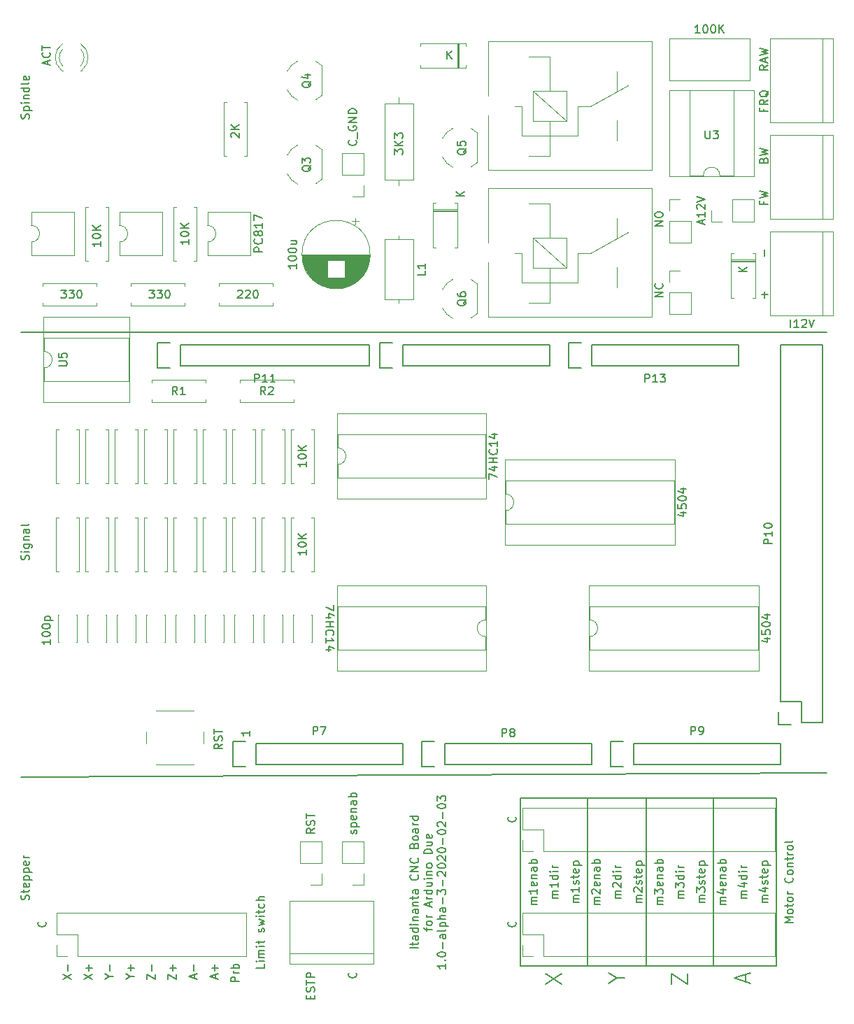
<source format=gbr>
G04 #@! TF.GenerationSoftware,KiCad,Pcbnew,5.1.5+dfsg1-2*
G04 #@! TF.CreationDate,2020-02-03T22:03:11+00:00*
G04 #@! TF.ProjectId,arduino_duo_shield,61726475-696e-46f5-9f64-756f5f736869,rev?*
G04 #@! TF.SameCoordinates,PX6258c20PY7445a00*
G04 #@! TF.FileFunction,Legend,Top*
G04 #@! TF.FilePolarity,Positive*
%FSLAX46Y46*%
G04 Gerber Fmt 4.6, Leading zero omitted, Abs format (unit mm)*
G04 Created by KiCad (PCBNEW 5.1.5+dfsg1-2) date 2020-02-03 22:03:11*
%MOMM*%
%LPD*%
G04 APERTURE LIST*
%ADD10C,0.150000*%
%ADD11C,0.120000*%
G04 APERTURE END LIST*
D10*
X41505142Y77107024D02*
X41552761Y77059405D01*
X41600380Y76916548D01*
X41600380Y76821310D01*
X41552761Y76678453D01*
X41457523Y76583215D01*
X41362285Y76535596D01*
X41171809Y76487977D01*
X41028952Y76487977D01*
X40838476Y76535596D01*
X40743238Y76583215D01*
X40648000Y76678453D01*
X40600380Y76821310D01*
X40600380Y76916548D01*
X40648000Y77059405D01*
X40695619Y77107024D01*
X41695619Y77297500D02*
X41695619Y78059405D01*
X40648000Y78821310D02*
X40600380Y78726072D01*
X40600380Y78583215D01*
X40648000Y78440358D01*
X40743238Y78345120D01*
X40838476Y78297500D01*
X41028952Y78249881D01*
X41171809Y78249881D01*
X41362285Y78297500D01*
X41457523Y78345120D01*
X41552761Y78440358D01*
X41600380Y78583215D01*
X41600380Y78678453D01*
X41552761Y78821310D01*
X41505142Y78868929D01*
X41171809Y78868929D01*
X41171809Y78678453D01*
X41600380Y79297500D02*
X40600380Y79297500D01*
X41600380Y79868929D01*
X40600380Y79868929D01*
X41600380Y80345120D02*
X40600380Y80345120D01*
X40600380Y80583215D01*
X40648000Y80726072D01*
X40743238Y80821310D01*
X40838476Y80868929D01*
X41028952Y80916548D01*
X41171809Y80916548D01*
X41362285Y80868929D01*
X41457523Y80821310D01*
X41552761Y80726072D01*
X41600380Y80583215D01*
X41600380Y80345120D01*
X41552761Y-6824023D02*
X41600380Y-6728785D01*
X41600380Y-6538309D01*
X41552761Y-6443071D01*
X41457523Y-6395452D01*
X41409904Y-6395452D01*
X41314666Y-6443071D01*
X41267047Y-6538309D01*
X41267047Y-6681166D01*
X41219428Y-6776404D01*
X41124190Y-6824023D01*
X41076571Y-6824023D01*
X40981333Y-6776404D01*
X40933714Y-6681166D01*
X40933714Y-6538309D01*
X40981333Y-6443071D01*
X40933714Y-5966880D02*
X41933714Y-5966880D01*
X40981333Y-5966880D02*
X40933714Y-5871642D01*
X40933714Y-5681166D01*
X40981333Y-5585928D01*
X41028952Y-5538309D01*
X41124190Y-5490690D01*
X41409904Y-5490690D01*
X41505142Y-5538309D01*
X41552761Y-5585928D01*
X41600380Y-5681166D01*
X41600380Y-5871642D01*
X41552761Y-5966880D01*
X41552761Y-4681166D02*
X41600380Y-4776404D01*
X41600380Y-4966880D01*
X41552761Y-5062119D01*
X41457523Y-5109738D01*
X41076571Y-5109738D01*
X40981333Y-5062119D01*
X40933714Y-4966880D01*
X40933714Y-4776404D01*
X40981333Y-4681166D01*
X41076571Y-4633547D01*
X41171809Y-4633547D01*
X41267047Y-5109738D01*
X40933714Y-4204976D02*
X41600380Y-4204976D01*
X41028952Y-4204976D02*
X40981333Y-4157357D01*
X40933714Y-4062119D01*
X40933714Y-3919261D01*
X40981333Y-3824023D01*
X41076571Y-3776404D01*
X41600380Y-3776404D01*
X41600380Y-2871642D02*
X41076571Y-2871642D01*
X40981333Y-2919261D01*
X40933714Y-3014500D01*
X40933714Y-3204976D01*
X40981333Y-3300214D01*
X41552761Y-2871642D02*
X41600380Y-2966880D01*
X41600380Y-3204976D01*
X41552761Y-3300214D01*
X41457523Y-3347833D01*
X41362285Y-3347833D01*
X41267047Y-3300214D01*
X41219428Y-3204976D01*
X41219428Y-2966880D01*
X41171809Y-2871642D01*
X41600380Y-2395452D02*
X40600380Y-2395452D01*
X40981333Y-2395452D02*
X40933714Y-2300214D01*
X40933714Y-2109738D01*
X40981333Y-2014500D01*
X41028952Y-1966880D01*
X41124190Y-1919261D01*
X41409904Y-1919261D01*
X41505142Y-1966880D01*
X41552761Y-2014500D01*
X41600380Y-2109738D01*
X41600380Y-2300214D01*
X41552761Y-2395452D01*
X36520380Y-6204976D02*
X36044190Y-6538309D01*
X36520380Y-6776404D02*
X35520380Y-6776404D01*
X35520380Y-6395452D01*
X35568000Y-6300214D01*
X35615619Y-6252595D01*
X35710857Y-6204976D01*
X35853714Y-6204976D01*
X35948952Y-6252595D01*
X35996571Y-6300214D01*
X36044190Y-6395452D01*
X36044190Y-6776404D01*
X36472761Y-5824023D02*
X36520380Y-5681166D01*
X36520380Y-5443071D01*
X36472761Y-5347833D01*
X36425142Y-5300214D01*
X36329904Y-5252595D01*
X36234666Y-5252595D01*
X36139428Y-5300214D01*
X36091809Y-5347833D01*
X36044190Y-5443071D01*
X35996571Y-5633547D01*
X35948952Y-5728785D01*
X35901333Y-5776404D01*
X35806095Y-5824023D01*
X35710857Y-5824023D01*
X35615619Y-5776404D01*
X35568000Y-5728785D01*
X35520380Y-5633547D01*
X35520380Y-5395452D01*
X35568000Y-5252595D01*
X35520380Y-4966880D02*
X35520380Y-4395452D01*
X36520380Y-4681166D02*
X35520380Y-4681166D01*
X83478666Y66960953D02*
X83478666Y67437143D01*
X83764380Y66865715D02*
X82764380Y67199048D01*
X83764380Y67532381D01*
X83764380Y68389524D02*
X83764380Y67818096D01*
X83764380Y68103810D02*
X82764380Y68103810D01*
X82907238Y68008572D01*
X83002476Y67913334D01*
X83050095Y67818096D01*
X82859619Y68770477D02*
X82812000Y68818096D01*
X82764380Y68913334D01*
X82764380Y69151429D01*
X82812000Y69246667D01*
X82859619Y69294286D01*
X82954857Y69341905D01*
X83050095Y69341905D01*
X83192952Y69294286D01*
X83764380Y68722858D01*
X83764380Y69341905D01*
X82764380Y69627620D02*
X83764380Y69960953D01*
X82764380Y70294286D01*
X91384380Y86177524D02*
X90908190Y85844191D01*
X91384380Y85606096D02*
X90384380Y85606096D01*
X90384380Y85987048D01*
X90432000Y86082286D01*
X90479619Y86129905D01*
X90574857Y86177524D01*
X90717714Y86177524D01*
X90812952Y86129905D01*
X90860571Y86082286D01*
X90908190Y85987048D01*
X90908190Y85606096D01*
X91098666Y86558477D02*
X91098666Y87034667D01*
X91384380Y86463239D02*
X90384380Y86796572D01*
X91384380Y87129905D01*
X90384380Y87368000D02*
X91384380Y87606096D01*
X90670095Y87796572D01*
X91384380Y87987048D01*
X90384380Y88225143D01*
X4230666Y86256953D02*
X4230666Y86733143D01*
X4516380Y86161715D02*
X3516380Y86495048D01*
X4516380Y86828381D01*
X4421142Y87733143D02*
X4468761Y87685524D01*
X4516380Y87542667D01*
X4516380Y87447429D01*
X4468761Y87304572D01*
X4373523Y87209334D01*
X4278285Y87161715D01*
X4087809Y87114096D01*
X3944952Y87114096D01*
X3754476Y87161715D01*
X3659238Y87209334D01*
X3564000Y87304572D01*
X3516380Y87447429D01*
X3516380Y87542667D01*
X3564000Y87685524D01*
X3611619Y87733143D01*
X3516380Y88018858D02*
X3516380Y88590286D01*
X4516380Y88304572D02*
X3516380Y88304572D01*
X49094380Y-20676190D02*
X48094380Y-20676190D01*
X48427714Y-20342857D02*
X48427714Y-19961904D01*
X48094380Y-20200000D02*
X48951523Y-20200000D01*
X49046761Y-20152380D01*
X49094380Y-20057142D01*
X49094380Y-19961904D01*
X49094380Y-19200000D02*
X48570571Y-19200000D01*
X48475333Y-19247619D01*
X48427714Y-19342857D01*
X48427714Y-19533333D01*
X48475333Y-19628571D01*
X49046761Y-19200000D02*
X49094380Y-19295238D01*
X49094380Y-19533333D01*
X49046761Y-19628571D01*
X48951523Y-19676190D01*
X48856285Y-19676190D01*
X48761047Y-19628571D01*
X48713428Y-19533333D01*
X48713428Y-19295238D01*
X48665809Y-19200000D01*
X49094380Y-18295238D02*
X48094380Y-18295238D01*
X49046761Y-18295238D02*
X49094380Y-18390476D01*
X49094380Y-18580952D01*
X49046761Y-18676190D01*
X48999142Y-18723809D01*
X48903904Y-18771428D01*
X48618190Y-18771428D01*
X48522952Y-18723809D01*
X48475333Y-18676190D01*
X48427714Y-18580952D01*
X48427714Y-18390476D01*
X48475333Y-18295238D01*
X49094380Y-17819047D02*
X48427714Y-17819047D01*
X48094380Y-17819047D02*
X48142000Y-17866666D01*
X48189619Y-17819047D01*
X48142000Y-17771428D01*
X48094380Y-17819047D01*
X48189619Y-17819047D01*
X48427714Y-17342857D02*
X49094380Y-17342857D01*
X48522952Y-17342857D02*
X48475333Y-17295238D01*
X48427714Y-17200000D01*
X48427714Y-17057142D01*
X48475333Y-16961904D01*
X48570571Y-16914285D01*
X49094380Y-16914285D01*
X49094380Y-16009523D02*
X48570571Y-16009523D01*
X48475333Y-16057142D01*
X48427714Y-16152380D01*
X48427714Y-16342857D01*
X48475333Y-16438095D01*
X49046761Y-16009523D02*
X49094380Y-16104761D01*
X49094380Y-16342857D01*
X49046761Y-16438095D01*
X48951523Y-16485714D01*
X48856285Y-16485714D01*
X48761047Y-16438095D01*
X48713428Y-16342857D01*
X48713428Y-16104761D01*
X48665809Y-16009523D01*
X48427714Y-15533333D02*
X49094380Y-15533333D01*
X48522952Y-15533333D02*
X48475333Y-15485714D01*
X48427714Y-15390476D01*
X48427714Y-15247619D01*
X48475333Y-15152380D01*
X48570571Y-15104761D01*
X49094380Y-15104761D01*
X48427714Y-14771428D02*
X48427714Y-14390476D01*
X48094380Y-14628571D02*
X48951523Y-14628571D01*
X49046761Y-14580952D01*
X49094380Y-14485714D01*
X49094380Y-14390476D01*
X49094380Y-13628571D02*
X48570571Y-13628571D01*
X48475333Y-13676190D01*
X48427714Y-13771428D01*
X48427714Y-13961904D01*
X48475333Y-14057142D01*
X49046761Y-13628571D02*
X49094380Y-13723809D01*
X49094380Y-13961904D01*
X49046761Y-14057142D01*
X48951523Y-14104761D01*
X48856285Y-14104761D01*
X48761047Y-14057142D01*
X48713428Y-13961904D01*
X48713428Y-13723809D01*
X48665809Y-13628571D01*
X48999142Y-11819047D02*
X49046761Y-11866666D01*
X49094380Y-12009523D01*
X49094380Y-12104761D01*
X49046761Y-12247619D01*
X48951523Y-12342857D01*
X48856285Y-12390476D01*
X48665809Y-12438095D01*
X48522952Y-12438095D01*
X48332476Y-12390476D01*
X48237238Y-12342857D01*
X48142000Y-12247619D01*
X48094380Y-12104761D01*
X48094380Y-12009523D01*
X48142000Y-11866666D01*
X48189619Y-11819047D01*
X49094380Y-11390476D02*
X48094380Y-11390476D01*
X49094380Y-10819047D01*
X48094380Y-10819047D01*
X48999142Y-9771428D02*
X49046761Y-9819047D01*
X49094380Y-9961904D01*
X49094380Y-10057142D01*
X49046761Y-10200000D01*
X48951523Y-10295238D01*
X48856285Y-10342857D01*
X48665809Y-10390476D01*
X48522952Y-10390476D01*
X48332476Y-10342857D01*
X48237238Y-10295238D01*
X48142000Y-10200000D01*
X48094380Y-10057142D01*
X48094380Y-9961904D01*
X48142000Y-9819047D01*
X48189619Y-9771428D01*
X48570571Y-8247619D02*
X48618190Y-8104761D01*
X48665809Y-8057142D01*
X48761047Y-8009523D01*
X48903904Y-8009523D01*
X48999142Y-8057142D01*
X49046761Y-8104761D01*
X49094380Y-8200000D01*
X49094380Y-8580952D01*
X48094380Y-8580952D01*
X48094380Y-8247619D01*
X48142000Y-8152380D01*
X48189619Y-8104761D01*
X48284857Y-8057142D01*
X48380095Y-8057142D01*
X48475333Y-8104761D01*
X48522952Y-8152380D01*
X48570571Y-8247619D01*
X48570571Y-8580952D01*
X49094380Y-7438095D02*
X49046761Y-7533333D01*
X48999142Y-7580952D01*
X48903904Y-7628571D01*
X48618190Y-7628571D01*
X48522952Y-7580952D01*
X48475333Y-7533333D01*
X48427714Y-7438095D01*
X48427714Y-7295238D01*
X48475333Y-7200000D01*
X48522952Y-7152380D01*
X48618190Y-7104761D01*
X48903904Y-7104761D01*
X48999142Y-7152380D01*
X49046761Y-7200000D01*
X49094380Y-7295238D01*
X49094380Y-7438095D01*
X49094380Y-6247619D02*
X48570571Y-6247619D01*
X48475333Y-6295238D01*
X48427714Y-6390476D01*
X48427714Y-6580952D01*
X48475333Y-6676190D01*
X49046761Y-6247619D02*
X49094380Y-6342857D01*
X49094380Y-6580952D01*
X49046761Y-6676190D01*
X48951523Y-6723809D01*
X48856285Y-6723809D01*
X48761047Y-6676190D01*
X48713428Y-6580952D01*
X48713428Y-6342857D01*
X48665809Y-6247619D01*
X49094380Y-5771428D02*
X48427714Y-5771428D01*
X48618190Y-5771428D02*
X48522952Y-5723809D01*
X48475333Y-5676190D01*
X48427714Y-5580952D01*
X48427714Y-5485714D01*
X49094380Y-4723809D02*
X48094380Y-4723809D01*
X49046761Y-4723809D02*
X49094380Y-4819047D01*
X49094380Y-5009523D01*
X49046761Y-5104761D01*
X48999142Y-5152380D01*
X48903904Y-5200000D01*
X48618190Y-5200000D01*
X48522952Y-5152380D01*
X48475333Y-5104761D01*
X48427714Y-5009523D01*
X48427714Y-4819047D01*
X48475333Y-4723809D01*
X50077714Y-18580952D02*
X50077714Y-18200000D01*
X50744380Y-18438095D02*
X49887238Y-18438095D01*
X49792000Y-18390476D01*
X49744380Y-18295238D01*
X49744380Y-18200000D01*
X50744380Y-17723809D02*
X50696761Y-17819047D01*
X50649142Y-17866666D01*
X50553904Y-17914285D01*
X50268190Y-17914285D01*
X50172952Y-17866666D01*
X50125333Y-17819047D01*
X50077714Y-17723809D01*
X50077714Y-17580952D01*
X50125333Y-17485714D01*
X50172952Y-17438095D01*
X50268190Y-17390476D01*
X50553904Y-17390476D01*
X50649142Y-17438095D01*
X50696761Y-17485714D01*
X50744380Y-17580952D01*
X50744380Y-17723809D01*
X50744380Y-16961904D02*
X50077714Y-16961904D01*
X50268190Y-16961904D02*
X50172952Y-16914285D01*
X50125333Y-16866666D01*
X50077714Y-16771428D01*
X50077714Y-16676190D01*
X50458666Y-15628571D02*
X50458666Y-15152380D01*
X50744380Y-15723809D02*
X49744380Y-15390476D01*
X50744380Y-15057142D01*
X50744380Y-14723809D02*
X50077714Y-14723809D01*
X50268190Y-14723809D02*
X50172952Y-14676190D01*
X50125333Y-14628571D01*
X50077714Y-14533333D01*
X50077714Y-14438095D01*
X50744380Y-13676190D02*
X49744380Y-13676190D01*
X50696761Y-13676190D02*
X50744380Y-13771428D01*
X50744380Y-13961904D01*
X50696761Y-14057142D01*
X50649142Y-14104761D01*
X50553904Y-14152380D01*
X50268190Y-14152380D01*
X50172952Y-14104761D01*
X50125333Y-14057142D01*
X50077714Y-13961904D01*
X50077714Y-13771428D01*
X50125333Y-13676190D01*
X50077714Y-12771428D02*
X50744380Y-12771428D01*
X50077714Y-13200000D02*
X50601523Y-13200000D01*
X50696761Y-13152380D01*
X50744380Y-13057142D01*
X50744380Y-12914285D01*
X50696761Y-12819047D01*
X50649142Y-12771428D01*
X50744380Y-12295238D02*
X50077714Y-12295238D01*
X49744380Y-12295238D02*
X49792000Y-12342857D01*
X49839619Y-12295238D01*
X49792000Y-12247619D01*
X49744380Y-12295238D01*
X49839619Y-12295238D01*
X50077714Y-11819047D02*
X50744380Y-11819047D01*
X50172952Y-11819047D02*
X50125333Y-11771428D01*
X50077714Y-11676190D01*
X50077714Y-11533333D01*
X50125333Y-11438095D01*
X50220571Y-11390476D01*
X50744380Y-11390476D01*
X50744380Y-10771428D02*
X50696761Y-10866666D01*
X50649142Y-10914285D01*
X50553904Y-10961904D01*
X50268190Y-10961904D01*
X50172952Y-10914285D01*
X50125333Y-10866666D01*
X50077714Y-10771428D01*
X50077714Y-10628571D01*
X50125333Y-10533333D01*
X50172952Y-10485714D01*
X50268190Y-10438095D01*
X50553904Y-10438095D01*
X50649142Y-10485714D01*
X50696761Y-10533333D01*
X50744380Y-10628571D01*
X50744380Y-10771428D01*
X50744380Y-9247619D02*
X49744380Y-9247619D01*
X49744380Y-9009523D01*
X49792000Y-8866666D01*
X49887238Y-8771428D01*
X49982476Y-8723809D01*
X50172952Y-8676190D01*
X50315809Y-8676190D01*
X50506285Y-8723809D01*
X50601523Y-8771428D01*
X50696761Y-8866666D01*
X50744380Y-9009523D01*
X50744380Y-9247619D01*
X50077714Y-7819047D02*
X50744380Y-7819047D01*
X50077714Y-8247619D02*
X50601523Y-8247619D01*
X50696761Y-8200000D01*
X50744380Y-8104761D01*
X50744380Y-7961904D01*
X50696761Y-7866666D01*
X50649142Y-7819047D01*
X50696761Y-6961904D02*
X50744380Y-7057142D01*
X50744380Y-7247619D01*
X50696761Y-7342857D01*
X50601523Y-7390476D01*
X50220571Y-7390476D01*
X50125333Y-7342857D01*
X50077714Y-7247619D01*
X50077714Y-7057142D01*
X50125333Y-6961904D01*
X50220571Y-6914285D01*
X50315809Y-6914285D01*
X50411047Y-7390476D01*
X52394380Y-22580952D02*
X52394380Y-23152380D01*
X52394380Y-22866666D02*
X51394380Y-22866666D01*
X51537238Y-22961904D01*
X51632476Y-23057142D01*
X51680095Y-23152380D01*
X52299142Y-22152380D02*
X52346761Y-22104761D01*
X52394380Y-22152380D01*
X52346761Y-22200000D01*
X52299142Y-22152380D01*
X52394380Y-22152380D01*
X51394380Y-21485714D02*
X51394380Y-21390476D01*
X51442000Y-21295238D01*
X51489619Y-21247619D01*
X51584857Y-21200000D01*
X51775333Y-21152380D01*
X52013428Y-21152380D01*
X52203904Y-21200000D01*
X52299142Y-21247619D01*
X52346761Y-21295238D01*
X52394380Y-21390476D01*
X52394380Y-21485714D01*
X52346761Y-21580952D01*
X52299142Y-21628571D01*
X52203904Y-21676190D01*
X52013428Y-21723809D01*
X51775333Y-21723809D01*
X51584857Y-21676190D01*
X51489619Y-21628571D01*
X51442000Y-21580952D01*
X51394380Y-21485714D01*
X52013428Y-20723809D02*
X52013428Y-19961904D01*
X52394380Y-19057142D02*
X51870571Y-19057142D01*
X51775333Y-19104761D01*
X51727714Y-19200000D01*
X51727714Y-19390476D01*
X51775333Y-19485714D01*
X52346761Y-19057142D02*
X52394380Y-19152380D01*
X52394380Y-19390476D01*
X52346761Y-19485714D01*
X52251523Y-19533333D01*
X52156285Y-19533333D01*
X52061047Y-19485714D01*
X52013428Y-19390476D01*
X52013428Y-19152380D01*
X51965809Y-19057142D01*
X52394380Y-18438095D02*
X52346761Y-18533333D01*
X52251523Y-18580952D01*
X51394380Y-18580952D01*
X51727714Y-18057142D02*
X52727714Y-18057142D01*
X51775333Y-18057142D02*
X51727714Y-17961904D01*
X51727714Y-17771428D01*
X51775333Y-17676190D01*
X51822952Y-17628571D01*
X51918190Y-17580952D01*
X52203904Y-17580952D01*
X52299142Y-17628571D01*
X52346761Y-17676190D01*
X52394380Y-17771428D01*
X52394380Y-17961904D01*
X52346761Y-18057142D01*
X52394380Y-17152380D02*
X51394380Y-17152380D01*
X52394380Y-16723809D02*
X51870571Y-16723809D01*
X51775333Y-16771428D01*
X51727714Y-16866666D01*
X51727714Y-17009523D01*
X51775333Y-17104761D01*
X51822952Y-17152380D01*
X52394380Y-15819047D02*
X51870571Y-15819047D01*
X51775333Y-15866666D01*
X51727714Y-15961904D01*
X51727714Y-16152380D01*
X51775333Y-16247619D01*
X52346761Y-15819047D02*
X52394380Y-15914285D01*
X52394380Y-16152380D01*
X52346761Y-16247619D01*
X52251523Y-16295238D01*
X52156285Y-16295238D01*
X52061047Y-16247619D01*
X52013428Y-16152380D01*
X52013428Y-15914285D01*
X51965809Y-15819047D01*
X52013428Y-15342857D02*
X52013428Y-14580952D01*
X51394380Y-14200000D02*
X51394380Y-13580952D01*
X51775333Y-13914285D01*
X51775333Y-13771428D01*
X51822952Y-13676190D01*
X51870571Y-13628571D01*
X51965809Y-13580952D01*
X52203904Y-13580952D01*
X52299142Y-13628571D01*
X52346761Y-13676190D01*
X52394380Y-13771428D01*
X52394380Y-14057142D01*
X52346761Y-14152380D01*
X52299142Y-14200000D01*
X52013428Y-13152380D02*
X52013428Y-12390476D01*
X51489619Y-11961904D02*
X51442000Y-11914285D01*
X51394380Y-11819047D01*
X51394380Y-11580952D01*
X51442000Y-11485714D01*
X51489619Y-11438095D01*
X51584857Y-11390476D01*
X51680095Y-11390476D01*
X51822952Y-11438095D01*
X52394380Y-12009523D01*
X52394380Y-11390476D01*
X51394380Y-10771428D02*
X51394380Y-10676190D01*
X51442000Y-10580952D01*
X51489619Y-10533333D01*
X51584857Y-10485714D01*
X51775333Y-10438095D01*
X52013428Y-10438095D01*
X52203904Y-10485714D01*
X52299142Y-10533333D01*
X52346761Y-10580952D01*
X52394380Y-10676190D01*
X52394380Y-10771428D01*
X52346761Y-10866666D01*
X52299142Y-10914285D01*
X52203904Y-10961904D01*
X52013428Y-11009523D01*
X51775333Y-11009523D01*
X51584857Y-10961904D01*
X51489619Y-10914285D01*
X51442000Y-10866666D01*
X51394380Y-10771428D01*
X51489619Y-10057142D02*
X51442000Y-10009523D01*
X51394380Y-9914285D01*
X51394380Y-9676190D01*
X51442000Y-9580952D01*
X51489619Y-9533333D01*
X51584857Y-9485714D01*
X51680095Y-9485714D01*
X51822952Y-9533333D01*
X52394380Y-10104761D01*
X52394380Y-9485714D01*
X51394380Y-8866666D02*
X51394380Y-8771428D01*
X51442000Y-8676190D01*
X51489619Y-8628571D01*
X51584857Y-8580952D01*
X51775333Y-8533333D01*
X52013428Y-8533333D01*
X52203904Y-8580952D01*
X52299142Y-8628571D01*
X52346761Y-8676190D01*
X52394380Y-8771428D01*
X52394380Y-8866666D01*
X52346761Y-8961904D01*
X52299142Y-9009523D01*
X52203904Y-9057142D01*
X52013428Y-9104761D01*
X51775333Y-9104761D01*
X51584857Y-9057142D01*
X51489619Y-9009523D01*
X51442000Y-8961904D01*
X51394380Y-8866666D01*
X52013428Y-8104761D02*
X52013428Y-7342857D01*
X51394380Y-6676190D02*
X51394380Y-6580952D01*
X51442000Y-6485714D01*
X51489619Y-6438095D01*
X51584857Y-6390476D01*
X51775333Y-6342857D01*
X52013428Y-6342857D01*
X52203904Y-6390476D01*
X52299142Y-6438095D01*
X52346761Y-6485714D01*
X52394380Y-6580952D01*
X52394380Y-6676190D01*
X52346761Y-6771428D01*
X52299142Y-6819047D01*
X52203904Y-6866666D01*
X52013428Y-6914285D01*
X51775333Y-6914285D01*
X51584857Y-6866666D01*
X51489619Y-6819047D01*
X51442000Y-6771428D01*
X51394380Y-6676190D01*
X51489619Y-5961904D02*
X51442000Y-5914285D01*
X51394380Y-5819047D01*
X51394380Y-5580952D01*
X51442000Y-5485714D01*
X51489619Y-5438095D01*
X51584857Y-5390476D01*
X51680095Y-5390476D01*
X51822952Y-5438095D01*
X52394380Y-6009523D01*
X52394380Y-5390476D01*
X52013428Y-4961904D02*
X52013428Y-4200000D01*
X51394380Y-3533333D02*
X51394380Y-3438095D01*
X51442000Y-3342857D01*
X51489619Y-3295238D01*
X51584857Y-3247619D01*
X51775333Y-3200000D01*
X52013428Y-3200000D01*
X52203904Y-3247619D01*
X52299142Y-3295238D01*
X52346761Y-3342857D01*
X52394380Y-3438095D01*
X52394380Y-3533333D01*
X52346761Y-3628571D01*
X52299142Y-3676190D01*
X52203904Y-3723809D01*
X52013428Y-3771428D01*
X51775333Y-3771428D01*
X51584857Y-3723809D01*
X51489619Y-3676190D01*
X51442000Y-3628571D01*
X51394380Y-3533333D01*
X51394380Y-2866666D02*
X51394380Y-2247619D01*
X51775333Y-2580952D01*
X51775333Y-2438095D01*
X51822952Y-2342857D01*
X51870571Y-2295238D01*
X51965809Y-2247619D01*
X52203904Y-2247619D01*
X52299142Y-2295238D01*
X52346761Y-2342857D01*
X52394380Y-2438095D01*
X52394380Y-2723809D01*
X52346761Y-2819047D01*
X52299142Y-2866666D01*
X1928761Y26305143D02*
X1976380Y26448000D01*
X1976380Y26686096D01*
X1928761Y26781334D01*
X1881142Y26828953D01*
X1785904Y26876572D01*
X1690666Y26876572D01*
X1595428Y26828953D01*
X1547809Y26781334D01*
X1500190Y26686096D01*
X1452571Y26495620D01*
X1404952Y26400381D01*
X1357333Y26352762D01*
X1262095Y26305143D01*
X1166857Y26305143D01*
X1071619Y26352762D01*
X1024000Y26400381D01*
X976380Y26495620D01*
X976380Y26733715D01*
X1024000Y26876572D01*
X1976380Y27305143D02*
X1309714Y27305143D01*
X976380Y27305143D02*
X1024000Y27257524D01*
X1071619Y27305143D01*
X1024000Y27352762D01*
X976380Y27305143D01*
X1071619Y27305143D01*
X1309714Y28209905D02*
X2119238Y28209905D01*
X2214476Y28162286D01*
X2262095Y28114667D01*
X2309714Y28019429D01*
X2309714Y27876572D01*
X2262095Y27781334D01*
X1928761Y28209905D02*
X1976380Y28114667D01*
X1976380Y27924191D01*
X1928761Y27828953D01*
X1881142Y27781334D01*
X1785904Y27733715D01*
X1500190Y27733715D01*
X1404952Y27781334D01*
X1357333Y27828953D01*
X1309714Y27924191D01*
X1309714Y28114667D01*
X1357333Y28209905D01*
X1309714Y28686096D02*
X1976380Y28686096D01*
X1404952Y28686096D02*
X1357333Y28733715D01*
X1309714Y28828953D01*
X1309714Y28971810D01*
X1357333Y29067048D01*
X1452571Y29114667D01*
X1976380Y29114667D01*
X1976380Y30019429D02*
X1452571Y30019429D01*
X1357333Y29971810D01*
X1309714Y29876572D01*
X1309714Y29686096D01*
X1357333Y29590858D01*
X1928761Y30019429D02*
X1976380Y29924191D01*
X1976380Y29686096D01*
X1928761Y29590858D01*
X1833523Y29543239D01*
X1738285Y29543239D01*
X1643047Y29590858D01*
X1595428Y29686096D01*
X1595428Y29924191D01*
X1547809Y30019429D01*
X1976380Y30638477D02*
X1928761Y30543239D01*
X1833523Y30495620D01*
X976380Y30495620D01*
X1928761Y-14834857D02*
X1976380Y-14692000D01*
X1976380Y-14453904D01*
X1928761Y-14358666D01*
X1881142Y-14311047D01*
X1785904Y-14263428D01*
X1690666Y-14263428D01*
X1595428Y-14311047D01*
X1547809Y-14358666D01*
X1500190Y-14453904D01*
X1452571Y-14644380D01*
X1404952Y-14739619D01*
X1357333Y-14787238D01*
X1262095Y-14834857D01*
X1166857Y-14834857D01*
X1071619Y-14787238D01*
X1024000Y-14739619D01*
X976380Y-14644380D01*
X976380Y-14406285D01*
X1024000Y-14263428D01*
X1309714Y-13977714D02*
X1309714Y-13596761D01*
X976380Y-13834857D02*
X1833523Y-13834857D01*
X1928761Y-13787238D01*
X1976380Y-13692000D01*
X1976380Y-13596761D01*
X1928761Y-12882476D02*
X1976380Y-12977714D01*
X1976380Y-13168190D01*
X1928761Y-13263428D01*
X1833523Y-13311047D01*
X1452571Y-13311047D01*
X1357333Y-13263428D01*
X1309714Y-13168190D01*
X1309714Y-12977714D01*
X1357333Y-12882476D01*
X1452571Y-12834857D01*
X1547809Y-12834857D01*
X1643047Y-13311047D01*
X1309714Y-12406285D02*
X2309714Y-12406285D01*
X1357333Y-12406285D02*
X1309714Y-12311047D01*
X1309714Y-12120571D01*
X1357333Y-12025333D01*
X1404952Y-11977714D01*
X1500190Y-11930095D01*
X1785904Y-11930095D01*
X1881142Y-11977714D01*
X1928761Y-12025333D01*
X1976380Y-12120571D01*
X1976380Y-12311047D01*
X1928761Y-12406285D01*
X1309714Y-11501523D02*
X2309714Y-11501523D01*
X1357333Y-11501523D02*
X1309714Y-11406285D01*
X1309714Y-11215809D01*
X1357333Y-11120571D01*
X1404952Y-11072952D01*
X1500190Y-11025333D01*
X1785904Y-11025333D01*
X1881142Y-11072952D01*
X1928761Y-11120571D01*
X1976380Y-11215809D01*
X1976380Y-11406285D01*
X1928761Y-11501523D01*
X1928761Y-10215809D02*
X1976380Y-10311047D01*
X1976380Y-10501523D01*
X1928761Y-10596761D01*
X1833523Y-10644380D01*
X1452571Y-10644380D01*
X1357333Y-10596761D01*
X1309714Y-10501523D01*
X1309714Y-10311047D01*
X1357333Y-10215809D01*
X1452571Y-10168190D01*
X1547809Y-10168190D01*
X1643047Y-10644380D01*
X1976380Y-9739619D02*
X1309714Y-9739619D01*
X1500190Y-9739619D02*
X1404952Y-9692000D01*
X1357333Y-9644380D01*
X1309714Y-9549142D01*
X1309714Y-9453904D01*
X1928761Y79724572D02*
X1976380Y79867429D01*
X1976380Y80105524D01*
X1928761Y80200762D01*
X1881142Y80248381D01*
X1785904Y80296000D01*
X1690666Y80296000D01*
X1595428Y80248381D01*
X1547809Y80200762D01*
X1500190Y80105524D01*
X1452571Y79915048D01*
X1404952Y79819810D01*
X1357333Y79772191D01*
X1262095Y79724572D01*
X1166857Y79724572D01*
X1071619Y79772191D01*
X1024000Y79819810D01*
X976380Y79915048D01*
X976380Y80153143D01*
X1024000Y80296000D01*
X1309714Y80724572D02*
X2309714Y80724572D01*
X1357333Y80724572D02*
X1309714Y80819810D01*
X1309714Y81010286D01*
X1357333Y81105524D01*
X1404952Y81153143D01*
X1500190Y81200762D01*
X1785904Y81200762D01*
X1881142Y81153143D01*
X1928761Y81105524D01*
X1976380Y81010286D01*
X1976380Y80819810D01*
X1928761Y80724572D01*
X1976380Y81629334D02*
X1309714Y81629334D01*
X976380Y81629334D02*
X1024000Y81581715D01*
X1071619Y81629334D01*
X1024000Y81676953D01*
X976380Y81629334D01*
X1071619Y81629334D01*
X1309714Y82105524D02*
X1976380Y82105524D01*
X1404952Y82105524D02*
X1357333Y82153143D01*
X1309714Y82248381D01*
X1309714Y82391239D01*
X1357333Y82486477D01*
X1452571Y82534096D01*
X1976380Y82534096D01*
X1976380Y83438858D02*
X976380Y83438858D01*
X1928761Y83438858D02*
X1976380Y83343620D01*
X1976380Y83153143D01*
X1928761Y83057905D01*
X1881142Y83010286D01*
X1785904Y82962667D01*
X1500190Y82962667D01*
X1404952Y83010286D01*
X1357333Y83057905D01*
X1309714Y83153143D01*
X1309714Y83343620D01*
X1357333Y83438858D01*
X1976380Y84057905D02*
X1928761Y83962667D01*
X1833523Y83915048D01*
X976380Y83915048D01*
X1928761Y84819810D02*
X1976380Y84724572D01*
X1976380Y84534096D01*
X1928761Y84438858D01*
X1833523Y84391239D01*
X1452571Y84391239D01*
X1357333Y84438858D01*
X1309714Y84534096D01*
X1309714Y84724572D01*
X1357333Y84819810D01*
X1452571Y84867429D01*
X1547809Y84867429D01*
X1643047Y84391239D01*
X91384380Y-15176190D02*
X90717714Y-15176190D01*
X90812952Y-15176190D02*
X90765333Y-15128571D01*
X90717714Y-15033333D01*
X90717714Y-14890476D01*
X90765333Y-14795238D01*
X90860571Y-14747619D01*
X91384380Y-14747619D01*
X90860571Y-14747619D02*
X90765333Y-14700000D01*
X90717714Y-14604761D01*
X90717714Y-14461904D01*
X90765333Y-14366666D01*
X90860571Y-14319047D01*
X91384380Y-14319047D01*
X90717714Y-13414285D02*
X91384380Y-13414285D01*
X90336761Y-13652380D02*
X91051047Y-13890476D01*
X91051047Y-13271428D01*
X91336761Y-12938095D02*
X91384380Y-12842857D01*
X91384380Y-12652380D01*
X91336761Y-12557142D01*
X91241523Y-12509523D01*
X91193904Y-12509523D01*
X91098666Y-12557142D01*
X91051047Y-12652380D01*
X91051047Y-12795238D01*
X91003428Y-12890476D01*
X90908190Y-12938095D01*
X90860571Y-12938095D01*
X90765333Y-12890476D01*
X90717714Y-12795238D01*
X90717714Y-12652380D01*
X90765333Y-12557142D01*
X90717714Y-12223809D02*
X90717714Y-11842857D01*
X90384380Y-12080952D02*
X91241523Y-12080952D01*
X91336761Y-12033333D01*
X91384380Y-11938095D01*
X91384380Y-11842857D01*
X91336761Y-11128571D02*
X91384380Y-11223809D01*
X91384380Y-11414285D01*
X91336761Y-11509523D01*
X91241523Y-11557142D01*
X90860571Y-11557142D01*
X90765333Y-11509523D01*
X90717714Y-11414285D01*
X90717714Y-11223809D01*
X90765333Y-11128571D01*
X90860571Y-11080952D01*
X90955809Y-11080952D01*
X91051047Y-11557142D01*
X90717714Y-10652380D02*
X91717714Y-10652380D01*
X90765333Y-10652380D02*
X90717714Y-10557142D01*
X90717714Y-10366666D01*
X90765333Y-10271428D01*
X90812952Y-10223809D01*
X90908190Y-10176190D01*
X91193904Y-10176190D01*
X91289142Y-10223809D01*
X91336761Y-10271428D01*
X91384380Y-10366666D01*
X91384380Y-10557142D01*
X91336761Y-10652380D01*
X88844380Y-14604761D02*
X88177714Y-14604761D01*
X88272952Y-14604761D02*
X88225333Y-14557142D01*
X88177714Y-14461904D01*
X88177714Y-14319047D01*
X88225333Y-14223809D01*
X88320571Y-14176190D01*
X88844380Y-14176190D01*
X88320571Y-14176190D02*
X88225333Y-14128571D01*
X88177714Y-14033333D01*
X88177714Y-13890476D01*
X88225333Y-13795238D01*
X88320571Y-13747619D01*
X88844380Y-13747619D01*
X88177714Y-12842857D02*
X88844380Y-12842857D01*
X87796761Y-13080952D02*
X88511047Y-13319047D01*
X88511047Y-12700000D01*
X88844380Y-11890476D02*
X87844380Y-11890476D01*
X88796761Y-11890476D02*
X88844380Y-11985714D01*
X88844380Y-12176190D01*
X88796761Y-12271428D01*
X88749142Y-12319047D01*
X88653904Y-12366666D01*
X88368190Y-12366666D01*
X88272952Y-12319047D01*
X88225333Y-12271428D01*
X88177714Y-12176190D01*
X88177714Y-11985714D01*
X88225333Y-11890476D01*
X88844380Y-11414285D02*
X88177714Y-11414285D01*
X87844380Y-11414285D02*
X87892000Y-11461904D01*
X87939619Y-11414285D01*
X87892000Y-11366666D01*
X87844380Y-11414285D01*
X87939619Y-11414285D01*
X88844380Y-10938095D02*
X88177714Y-10938095D01*
X88368190Y-10938095D02*
X88272952Y-10890476D01*
X88225333Y-10842857D01*
X88177714Y-10747619D01*
X88177714Y-10652380D01*
X86304380Y-15390476D02*
X85637714Y-15390476D01*
X85732952Y-15390476D02*
X85685333Y-15342857D01*
X85637714Y-15247619D01*
X85637714Y-15104761D01*
X85685333Y-15009523D01*
X85780571Y-14961904D01*
X86304380Y-14961904D01*
X85780571Y-14961904D02*
X85685333Y-14914285D01*
X85637714Y-14819047D01*
X85637714Y-14676190D01*
X85685333Y-14580952D01*
X85780571Y-14533333D01*
X86304380Y-14533333D01*
X85637714Y-13628571D02*
X86304380Y-13628571D01*
X85256761Y-13866666D02*
X85971047Y-14104761D01*
X85971047Y-13485714D01*
X86256761Y-12723809D02*
X86304380Y-12819047D01*
X86304380Y-13009523D01*
X86256761Y-13104761D01*
X86161523Y-13152380D01*
X85780571Y-13152380D01*
X85685333Y-13104761D01*
X85637714Y-13009523D01*
X85637714Y-12819047D01*
X85685333Y-12723809D01*
X85780571Y-12676190D01*
X85875809Y-12676190D01*
X85971047Y-13152380D01*
X85637714Y-12247619D02*
X86304380Y-12247619D01*
X85732952Y-12247619D02*
X85685333Y-12200000D01*
X85637714Y-12104761D01*
X85637714Y-11961904D01*
X85685333Y-11866666D01*
X85780571Y-11819047D01*
X86304380Y-11819047D01*
X86304380Y-10914285D02*
X85780571Y-10914285D01*
X85685333Y-10961904D01*
X85637714Y-11057142D01*
X85637714Y-11247619D01*
X85685333Y-11342857D01*
X86256761Y-10914285D02*
X86304380Y-11009523D01*
X86304380Y-11247619D01*
X86256761Y-11342857D01*
X86161523Y-11390476D01*
X86066285Y-11390476D01*
X85971047Y-11342857D01*
X85923428Y-11247619D01*
X85923428Y-11009523D01*
X85875809Y-10914285D01*
X86304380Y-10438095D02*
X85304380Y-10438095D01*
X85685333Y-10438095D02*
X85637714Y-10342857D01*
X85637714Y-10152380D01*
X85685333Y-10057142D01*
X85732952Y-10009523D01*
X85828190Y-9961904D01*
X86113904Y-9961904D01*
X86209142Y-10009523D01*
X86256761Y-10057142D01*
X86304380Y-10152380D01*
X86304380Y-10342857D01*
X86256761Y-10438095D01*
X83764380Y-15176190D02*
X83097714Y-15176190D01*
X83192952Y-15176190D02*
X83145333Y-15128571D01*
X83097714Y-15033333D01*
X83097714Y-14890476D01*
X83145333Y-14795238D01*
X83240571Y-14747619D01*
X83764380Y-14747619D01*
X83240571Y-14747619D02*
X83145333Y-14700000D01*
X83097714Y-14604761D01*
X83097714Y-14461904D01*
X83145333Y-14366666D01*
X83240571Y-14319047D01*
X83764380Y-14319047D01*
X82764380Y-13938095D02*
X82764380Y-13319047D01*
X83145333Y-13652380D01*
X83145333Y-13509523D01*
X83192952Y-13414285D01*
X83240571Y-13366666D01*
X83335809Y-13319047D01*
X83573904Y-13319047D01*
X83669142Y-13366666D01*
X83716761Y-13414285D01*
X83764380Y-13509523D01*
X83764380Y-13795238D01*
X83716761Y-13890476D01*
X83669142Y-13938095D01*
X83716761Y-12938095D02*
X83764380Y-12842857D01*
X83764380Y-12652380D01*
X83716761Y-12557142D01*
X83621523Y-12509523D01*
X83573904Y-12509523D01*
X83478666Y-12557142D01*
X83431047Y-12652380D01*
X83431047Y-12795238D01*
X83383428Y-12890476D01*
X83288190Y-12938095D01*
X83240571Y-12938095D01*
X83145333Y-12890476D01*
X83097714Y-12795238D01*
X83097714Y-12652380D01*
X83145333Y-12557142D01*
X83097714Y-12223809D02*
X83097714Y-11842857D01*
X82764380Y-12080952D02*
X83621523Y-12080952D01*
X83716761Y-12033333D01*
X83764380Y-11938095D01*
X83764380Y-11842857D01*
X83716761Y-11128571D02*
X83764380Y-11223809D01*
X83764380Y-11414285D01*
X83716761Y-11509523D01*
X83621523Y-11557142D01*
X83240571Y-11557142D01*
X83145333Y-11509523D01*
X83097714Y-11414285D01*
X83097714Y-11223809D01*
X83145333Y-11128571D01*
X83240571Y-11080952D01*
X83335809Y-11080952D01*
X83431047Y-11557142D01*
X83097714Y-10652380D02*
X84097714Y-10652380D01*
X83145333Y-10652380D02*
X83097714Y-10557142D01*
X83097714Y-10366666D01*
X83145333Y-10271428D01*
X83192952Y-10223809D01*
X83288190Y-10176190D01*
X83573904Y-10176190D01*
X83669142Y-10223809D01*
X83716761Y-10271428D01*
X83764380Y-10366666D01*
X83764380Y-10557142D01*
X83716761Y-10652380D01*
X78684380Y-15390476D02*
X78017714Y-15390476D01*
X78112952Y-15390476D02*
X78065333Y-15342857D01*
X78017714Y-15247619D01*
X78017714Y-15104761D01*
X78065333Y-15009523D01*
X78160571Y-14961904D01*
X78684380Y-14961904D01*
X78160571Y-14961904D02*
X78065333Y-14914285D01*
X78017714Y-14819047D01*
X78017714Y-14676190D01*
X78065333Y-14580952D01*
X78160571Y-14533333D01*
X78684380Y-14533333D01*
X77684380Y-14152380D02*
X77684380Y-13533333D01*
X78065333Y-13866666D01*
X78065333Y-13723809D01*
X78112952Y-13628571D01*
X78160571Y-13580952D01*
X78255809Y-13533333D01*
X78493904Y-13533333D01*
X78589142Y-13580952D01*
X78636761Y-13628571D01*
X78684380Y-13723809D01*
X78684380Y-14009523D01*
X78636761Y-14104761D01*
X78589142Y-14152380D01*
X78636761Y-12723809D02*
X78684380Y-12819047D01*
X78684380Y-13009523D01*
X78636761Y-13104761D01*
X78541523Y-13152380D01*
X78160571Y-13152380D01*
X78065333Y-13104761D01*
X78017714Y-13009523D01*
X78017714Y-12819047D01*
X78065333Y-12723809D01*
X78160571Y-12676190D01*
X78255809Y-12676190D01*
X78351047Y-13152380D01*
X78017714Y-12247619D02*
X78684380Y-12247619D01*
X78112952Y-12247619D02*
X78065333Y-12200000D01*
X78017714Y-12104761D01*
X78017714Y-11961904D01*
X78065333Y-11866666D01*
X78160571Y-11819047D01*
X78684380Y-11819047D01*
X78684380Y-10914285D02*
X78160571Y-10914285D01*
X78065333Y-10961904D01*
X78017714Y-11057142D01*
X78017714Y-11247619D01*
X78065333Y-11342857D01*
X78636761Y-10914285D02*
X78684380Y-11009523D01*
X78684380Y-11247619D01*
X78636761Y-11342857D01*
X78541523Y-11390476D01*
X78446285Y-11390476D01*
X78351047Y-11342857D01*
X78303428Y-11247619D01*
X78303428Y-11009523D01*
X78255809Y-10914285D01*
X78684380Y-10438095D02*
X77684380Y-10438095D01*
X78065333Y-10438095D02*
X78017714Y-10342857D01*
X78017714Y-10152380D01*
X78065333Y-10057142D01*
X78112952Y-10009523D01*
X78208190Y-9961904D01*
X78493904Y-9961904D01*
X78589142Y-10009523D01*
X78636761Y-10057142D01*
X78684380Y-10152380D01*
X78684380Y-10342857D01*
X78636761Y-10438095D01*
X81224380Y-14604761D02*
X80557714Y-14604761D01*
X80652952Y-14604761D02*
X80605333Y-14557142D01*
X80557714Y-14461904D01*
X80557714Y-14319047D01*
X80605333Y-14223809D01*
X80700571Y-14176190D01*
X81224380Y-14176190D01*
X80700571Y-14176190D02*
X80605333Y-14128571D01*
X80557714Y-14033333D01*
X80557714Y-13890476D01*
X80605333Y-13795238D01*
X80700571Y-13747619D01*
X81224380Y-13747619D01*
X80224380Y-13366666D02*
X80224380Y-12747619D01*
X80605333Y-13080952D01*
X80605333Y-12938095D01*
X80652952Y-12842857D01*
X80700571Y-12795238D01*
X80795809Y-12747619D01*
X81033904Y-12747619D01*
X81129142Y-12795238D01*
X81176761Y-12842857D01*
X81224380Y-12938095D01*
X81224380Y-13223809D01*
X81176761Y-13319047D01*
X81129142Y-13366666D01*
X81224380Y-11890476D02*
X80224380Y-11890476D01*
X81176761Y-11890476D02*
X81224380Y-11985714D01*
X81224380Y-12176190D01*
X81176761Y-12271428D01*
X81129142Y-12319047D01*
X81033904Y-12366666D01*
X80748190Y-12366666D01*
X80652952Y-12319047D01*
X80605333Y-12271428D01*
X80557714Y-12176190D01*
X80557714Y-11985714D01*
X80605333Y-11890476D01*
X81224380Y-11414285D02*
X80557714Y-11414285D01*
X80224380Y-11414285D02*
X80272000Y-11461904D01*
X80319619Y-11414285D01*
X80272000Y-11366666D01*
X80224380Y-11414285D01*
X80319619Y-11414285D01*
X81224380Y-10938095D02*
X80557714Y-10938095D01*
X80748190Y-10938095D02*
X80652952Y-10890476D01*
X80605333Y-10842857D01*
X80557714Y-10747619D01*
X80557714Y-10652380D01*
X76144380Y-15176190D02*
X75477714Y-15176190D01*
X75572952Y-15176190D02*
X75525333Y-15128571D01*
X75477714Y-15033333D01*
X75477714Y-14890476D01*
X75525333Y-14795238D01*
X75620571Y-14747619D01*
X76144380Y-14747619D01*
X75620571Y-14747619D02*
X75525333Y-14700000D01*
X75477714Y-14604761D01*
X75477714Y-14461904D01*
X75525333Y-14366666D01*
X75620571Y-14319047D01*
X76144380Y-14319047D01*
X75239619Y-13890476D02*
X75192000Y-13842857D01*
X75144380Y-13747619D01*
X75144380Y-13509523D01*
X75192000Y-13414285D01*
X75239619Y-13366666D01*
X75334857Y-13319047D01*
X75430095Y-13319047D01*
X75572952Y-13366666D01*
X76144380Y-13938095D01*
X76144380Y-13319047D01*
X76096761Y-12938095D02*
X76144380Y-12842857D01*
X76144380Y-12652380D01*
X76096761Y-12557142D01*
X76001523Y-12509523D01*
X75953904Y-12509523D01*
X75858666Y-12557142D01*
X75811047Y-12652380D01*
X75811047Y-12795238D01*
X75763428Y-12890476D01*
X75668190Y-12938095D01*
X75620571Y-12938095D01*
X75525333Y-12890476D01*
X75477714Y-12795238D01*
X75477714Y-12652380D01*
X75525333Y-12557142D01*
X75477714Y-12223809D02*
X75477714Y-11842857D01*
X75144380Y-12080952D02*
X76001523Y-12080952D01*
X76096761Y-12033333D01*
X76144380Y-11938095D01*
X76144380Y-11842857D01*
X76096761Y-11128571D02*
X76144380Y-11223809D01*
X76144380Y-11414285D01*
X76096761Y-11509523D01*
X76001523Y-11557142D01*
X75620571Y-11557142D01*
X75525333Y-11509523D01*
X75477714Y-11414285D01*
X75477714Y-11223809D01*
X75525333Y-11128571D01*
X75620571Y-11080952D01*
X75715809Y-11080952D01*
X75811047Y-11557142D01*
X75477714Y-10652380D02*
X76477714Y-10652380D01*
X75525333Y-10652380D02*
X75477714Y-10557142D01*
X75477714Y-10366666D01*
X75525333Y-10271428D01*
X75572952Y-10223809D01*
X75668190Y-10176190D01*
X75953904Y-10176190D01*
X76049142Y-10223809D01*
X76096761Y-10271428D01*
X76144380Y-10366666D01*
X76144380Y-10557142D01*
X76096761Y-10652380D01*
X73604380Y-14604761D02*
X72937714Y-14604761D01*
X73032952Y-14604761D02*
X72985333Y-14557142D01*
X72937714Y-14461904D01*
X72937714Y-14319047D01*
X72985333Y-14223809D01*
X73080571Y-14176190D01*
X73604380Y-14176190D01*
X73080571Y-14176190D02*
X72985333Y-14128571D01*
X72937714Y-14033333D01*
X72937714Y-13890476D01*
X72985333Y-13795238D01*
X73080571Y-13747619D01*
X73604380Y-13747619D01*
X72699619Y-13319047D02*
X72652000Y-13271428D01*
X72604380Y-13176190D01*
X72604380Y-12938095D01*
X72652000Y-12842857D01*
X72699619Y-12795238D01*
X72794857Y-12747619D01*
X72890095Y-12747619D01*
X73032952Y-12795238D01*
X73604380Y-13366666D01*
X73604380Y-12747619D01*
X73604380Y-11890476D02*
X72604380Y-11890476D01*
X73556761Y-11890476D02*
X73604380Y-11985714D01*
X73604380Y-12176190D01*
X73556761Y-12271428D01*
X73509142Y-12319047D01*
X73413904Y-12366666D01*
X73128190Y-12366666D01*
X73032952Y-12319047D01*
X72985333Y-12271428D01*
X72937714Y-12176190D01*
X72937714Y-11985714D01*
X72985333Y-11890476D01*
X73604380Y-11414285D02*
X72937714Y-11414285D01*
X72604380Y-11414285D02*
X72652000Y-11461904D01*
X72699619Y-11414285D01*
X72652000Y-11366666D01*
X72604380Y-11414285D01*
X72699619Y-11414285D01*
X73604380Y-10938095D02*
X72937714Y-10938095D01*
X73128190Y-10938095D02*
X73032952Y-10890476D01*
X72985333Y-10842857D01*
X72937714Y-10747619D01*
X72937714Y-10652380D01*
X71064380Y-15390476D02*
X70397714Y-15390476D01*
X70492952Y-15390476D02*
X70445333Y-15342857D01*
X70397714Y-15247619D01*
X70397714Y-15104761D01*
X70445333Y-15009523D01*
X70540571Y-14961904D01*
X71064380Y-14961904D01*
X70540571Y-14961904D02*
X70445333Y-14914285D01*
X70397714Y-14819047D01*
X70397714Y-14676190D01*
X70445333Y-14580952D01*
X70540571Y-14533333D01*
X71064380Y-14533333D01*
X70159619Y-14104761D02*
X70112000Y-14057142D01*
X70064380Y-13961904D01*
X70064380Y-13723809D01*
X70112000Y-13628571D01*
X70159619Y-13580952D01*
X70254857Y-13533333D01*
X70350095Y-13533333D01*
X70492952Y-13580952D01*
X71064380Y-14152380D01*
X71064380Y-13533333D01*
X71016761Y-12723809D02*
X71064380Y-12819047D01*
X71064380Y-13009523D01*
X71016761Y-13104761D01*
X70921523Y-13152380D01*
X70540571Y-13152380D01*
X70445333Y-13104761D01*
X70397714Y-13009523D01*
X70397714Y-12819047D01*
X70445333Y-12723809D01*
X70540571Y-12676190D01*
X70635809Y-12676190D01*
X70731047Y-13152380D01*
X70397714Y-12247619D02*
X71064380Y-12247619D01*
X70492952Y-12247619D02*
X70445333Y-12200000D01*
X70397714Y-12104761D01*
X70397714Y-11961904D01*
X70445333Y-11866666D01*
X70540571Y-11819047D01*
X71064380Y-11819047D01*
X71064380Y-10914285D02*
X70540571Y-10914285D01*
X70445333Y-10961904D01*
X70397714Y-11057142D01*
X70397714Y-11247619D01*
X70445333Y-11342857D01*
X71016761Y-10914285D02*
X71064380Y-11009523D01*
X71064380Y-11247619D01*
X71016761Y-11342857D01*
X70921523Y-11390476D01*
X70826285Y-11390476D01*
X70731047Y-11342857D01*
X70683428Y-11247619D01*
X70683428Y-11009523D01*
X70635809Y-10914285D01*
X71064380Y-10438095D02*
X70064380Y-10438095D01*
X70445333Y-10438095D02*
X70397714Y-10342857D01*
X70397714Y-10152380D01*
X70445333Y-10057142D01*
X70492952Y-10009523D01*
X70588190Y-9961904D01*
X70873904Y-9961904D01*
X70969142Y-10009523D01*
X71016761Y-10057142D01*
X71064380Y-10152380D01*
X71064380Y-10342857D01*
X71016761Y-10438095D01*
X68524380Y-15176190D02*
X67857714Y-15176190D01*
X67952952Y-15176190D02*
X67905333Y-15128571D01*
X67857714Y-15033333D01*
X67857714Y-14890476D01*
X67905333Y-14795238D01*
X68000571Y-14747619D01*
X68524380Y-14747619D01*
X68000571Y-14747619D02*
X67905333Y-14700000D01*
X67857714Y-14604761D01*
X67857714Y-14461904D01*
X67905333Y-14366666D01*
X68000571Y-14319047D01*
X68524380Y-14319047D01*
X68524380Y-13319047D02*
X68524380Y-13890476D01*
X68524380Y-13604761D02*
X67524380Y-13604761D01*
X67667238Y-13700000D01*
X67762476Y-13795238D01*
X67810095Y-13890476D01*
X68476761Y-12938095D02*
X68524380Y-12842857D01*
X68524380Y-12652380D01*
X68476761Y-12557142D01*
X68381523Y-12509523D01*
X68333904Y-12509523D01*
X68238666Y-12557142D01*
X68191047Y-12652380D01*
X68191047Y-12795238D01*
X68143428Y-12890476D01*
X68048190Y-12938095D01*
X68000571Y-12938095D01*
X67905333Y-12890476D01*
X67857714Y-12795238D01*
X67857714Y-12652380D01*
X67905333Y-12557142D01*
X67857714Y-12223809D02*
X67857714Y-11842857D01*
X67524380Y-12080952D02*
X68381523Y-12080952D01*
X68476761Y-12033333D01*
X68524380Y-11938095D01*
X68524380Y-11842857D01*
X68476761Y-11128571D02*
X68524380Y-11223809D01*
X68524380Y-11414285D01*
X68476761Y-11509523D01*
X68381523Y-11557142D01*
X68000571Y-11557142D01*
X67905333Y-11509523D01*
X67857714Y-11414285D01*
X67857714Y-11223809D01*
X67905333Y-11128571D01*
X68000571Y-11080952D01*
X68095809Y-11080952D01*
X68191047Y-11557142D01*
X67857714Y-10652380D02*
X68857714Y-10652380D01*
X67905333Y-10652380D02*
X67857714Y-10557142D01*
X67857714Y-10366666D01*
X67905333Y-10271428D01*
X67952952Y-10223809D01*
X68048190Y-10176190D01*
X68333904Y-10176190D01*
X68429142Y-10223809D01*
X68476761Y-10271428D01*
X68524380Y-10366666D01*
X68524380Y-10557142D01*
X68476761Y-10652380D01*
X65984380Y-14604761D02*
X65317714Y-14604761D01*
X65412952Y-14604761D02*
X65365333Y-14557142D01*
X65317714Y-14461904D01*
X65317714Y-14319047D01*
X65365333Y-14223809D01*
X65460571Y-14176190D01*
X65984380Y-14176190D01*
X65460571Y-14176190D02*
X65365333Y-14128571D01*
X65317714Y-14033333D01*
X65317714Y-13890476D01*
X65365333Y-13795238D01*
X65460571Y-13747619D01*
X65984380Y-13747619D01*
X65984380Y-12747619D02*
X65984380Y-13319047D01*
X65984380Y-13033333D02*
X64984380Y-13033333D01*
X65127238Y-13128571D01*
X65222476Y-13223809D01*
X65270095Y-13319047D01*
X65984380Y-11890476D02*
X64984380Y-11890476D01*
X65936761Y-11890476D02*
X65984380Y-11985714D01*
X65984380Y-12176190D01*
X65936761Y-12271428D01*
X65889142Y-12319047D01*
X65793904Y-12366666D01*
X65508190Y-12366666D01*
X65412952Y-12319047D01*
X65365333Y-12271428D01*
X65317714Y-12176190D01*
X65317714Y-11985714D01*
X65365333Y-11890476D01*
X65984380Y-11414285D02*
X65317714Y-11414285D01*
X64984380Y-11414285D02*
X65032000Y-11461904D01*
X65079619Y-11414285D01*
X65032000Y-11366666D01*
X64984380Y-11414285D01*
X65079619Y-11414285D01*
X65984380Y-10938095D02*
X65317714Y-10938095D01*
X65508190Y-10938095D02*
X65412952Y-10890476D01*
X65365333Y-10842857D01*
X65317714Y-10747619D01*
X65317714Y-10652380D01*
X63444380Y-15390476D02*
X62777714Y-15390476D01*
X62872952Y-15390476D02*
X62825333Y-15342857D01*
X62777714Y-15247619D01*
X62777714Y-15104761D01*
X62825333Y-15009523D01*
X62920571Y-14961904D01*
X63444380Y-14961904D01*
X62920571Y-14961904D02*
X62825333Y-14914285D01*
X62777714Y-14819047D01*
X62777714Y-14676190D01*
X62825333Y-14580952D01*
X62920571Y-14533333D01*
X63444380Y-14533333D01*
X63444380Y-13533333D02*
X63444380Y-14104761D01*
X63444380Y-13819047D02*
X62444380Y-13819047D01*
X62587238Y-13914285D01*
X62682476Y-14009523D01*
X62730095Y-14104761D01*
X63396761Y-12723809D02*
X63444380Y-12819047D01*
X63444380Y-13009523D01*
X63396761Y-13104761D01*
X63301523Y-13152380D01*
X62920571Y-13152380D01*
X62825333Y-13104761D01*
X62777714Y-13009523D01*
X62777714Y-12819047D01*
X62825333Y-12723809D01*
X62920571Y-12676190D01*
X63015809Y-12676190D01*
X63111047Y-13152380D01*
X62777714Y-12247619D02*
X63444380Y-12247619D01*
X62872952Y-12247619D02*
X62825333Y-12200000D01*
X62777714Y-12104761D01*
X62777714Y-11961904D01*
X62825333Y-11866666D01*
X62920571Y-11819047D01*
X63444380Y-11819047D01*
X63444380Y-10914285D02*
X62920571Y-10914285D01*
X62825333Y-10961904D01*
X62777714Y-11057142D01*
X62777714Y-11247619D01*
X62825333Y-11342857D01*
X63396761Y-10914285D02*
X63444380Y-11009523D01*
X63444380Y-11247619D01*
X63396761Y-11342857D01*
X63301523Y-11390476D01*
X63206285Y-11390476D01*
X63111047Y-11342857D01*
X63063428Y-11247619D01*
X63063428Y-11009523D01*
X63015809Y-10914285D01*
X63444380Y-10438095D02*
X62444380Y-10438095D01*
X62825333Y-10438095D02*
X62777714Y-10342857D01*
X62777714Y-10152380D01*
X62825333Y-10057142D01*
X62872952Y-10009523D01*
X62968190Y-9961904D01*
X63253904Y-9961904D01*
X63349142Y-10009523D01*
X63396761Y-10057142D01*
X63444380Y-10152380D01*
X63444380Y-10342857D01*
X63396761Y-10438095D01*
X30424380Y-22629333D02*
X30424380Y-23105523D01*
X29424380Y-23105523D01*
X30424380Y-22296000D02*
X29757714Y-22296000D01*
X29424380Y-22296000D02*
X29472000Y-22343619D01*
X29519619Y-22296000D01*
X29472000Y-22248380D01*
X29424380Y-22296000D01*
X29519619Y-22296000D01*
X30424380Y-21819809D02*
X29757714Y-21819809D01*
X29852952Y-21819809D02*
X29805333Y-21772190D01*
X29757714Y-21676952D01*
X29757714Y-21534095D01*
X29805333Y-21438857D01*
X29900571Y-21391238D01*
X30424380Y-21391238D01*
X29900571Y-21391238D02*
X29805333Y-21343619D01*
X29757714Y-21248380D01*
X29757714Y-21105523D01*
X29805333Y-21010285D01*
X29900571Y-20962666D01*
X30424380Y-20962666D01*
X30424380Y-20486476D02*
X29757714Y-20486476D01*
X29424380Y-20486476D02*
X29472000Y-20534095D01*
X29519619Y-20486476D01*
X29472000Y-20438857D01*
X29424380Y-20486476D01*
X29519619Y-20486476D01*
X29757714Y-20153142D02*
X29757714Y-19772190D01*
X29424380Y-20010285D02*
X30281523Y-20010285D01*
X30376761Y-19962666D01*
X30424380Y-19867428D01*
X30424380Y-19772190D01*
X30376761Y-18724571D02*
X30424380Y-18629333D01*
X30424380Y-18438857D01*
X30376761Y-18343619D01*
X30281523Y-18296000D01*
X30233904Y-18296000D01*
X30138666Y-18343619D01*
X30091047Y-18438857D01*
X30091047Y-18581714D01*
X30043428Y-18676952D01*
X29948190Y-18724571D01*
X29900571Y-18724571D01*
X29805333Y-18676952D01*
X29757714Y-18581714D01*
X29757714Y-18438857D01*
X29805333Y-18343619D01*
X29757714Y-17962666D02*
X30424380Y-17772190D01*
X29948190Y-17581714D01*
X30424380Y-17391238D01*
X29757714Y-17200761D01*
X30424380Y-16819809D02*
X29757714Y-16819809D01*
X29424380Y-16819809D02*
X29472000Y-16867428D01*
X29519619Y-16819809D01*
X29472000Y-16772190D01*
X29424380Y-16819809D01*
X29519619Y-16819809D01*
X29757714Y-16486476D02*
X29757714Y-16105523D01*
X29424380Y-16343619D02*
X30281523Y-16343619D01*
X30376761Y-16296000D01*
X30424380Y-16200761D01*
X30424380Y-16105523D01*
X30376761Y-15343619D02*
X30424380Y-15438857D01*
X30424380Y-15629333D01*
X30376761Y-15724571D01*
X30329142Y-15772190D01*
X30233904Y-15819809D01*
X29948190Y-15819809D01*
X29852952Y-15772190D01*
X29805333Y-15724571D01*
X29757714Y-15629333D01*
X29757714Y-15438857D01*
X29805333Y-15343619D01*
X30424380Y-14915047D02*
X29424380Y-14915047D01*
X30424380Y-14486476D02*
X29900571Y-14486476D01*
X29805333Y-14534095D01*
X29757714Y-14629333D01*
X29757714Y-14772190D01*
X29805333Y-14867428D01*
X29852952Y-14915047D01*
X94432380Y-17628571D02*
X93432380Y-17628571D01*
X94146666Y-17295238D01*
X93432380Y-16961904D01*
X94432380Y-16961904D01*
X94432380Y-16342857D02*
X94384761Y-16438095D01*
X94337142Y-16485714D01*
X94241904Y-16533333D01*
X93956190Y-16533333D01*
X93860952Y-16485714D01*
X93813333Y-16438095D01*
X93765714Y-16342857D01*
X93765714Y-16200000D01*
X93813333Y-16104761D01*
X93860952Y-16057142D01*
X93956190Y-16009523D01*
X94241904Y-16009523D01*
X94337142Y-16057142D01*
X94384761Y-16104761D01*
X94432380Y-16200000D01*
X94432380Y-16342857D01*
X93765714Y-15723809D02*
X93765714Y-15342857D01*
X93432380Y-15580952D02*
X94289523Y-15580952D01*
X94384761Y-15533333D01*
X94432380Y-15438095D01*
X94432380Y-15342857D01*
X94432380Y-14866666D02*
X94384761Y-14961904D01*
X94337142Y-15009523D01*
X94241904Y-15057142D01*
X93956190Y-15057142D01*
X93860952Y-15009523D01*
X93813333Y-14961904D01*
X93765714Y-14866666D01*
X93765714Y-14723809D01*
X93813333Y-14628571D01*
X93860952Y-14580952D01*
X93956190Y-14533333D01*
X94241904Y-14533333D01*
X94337142Y-14580952D01*
X94384761Y-14628571D01*
X94432380Y-14723809D01*
X94432380Y-14866666D01*
X94432380Y-14104761D02*
X93765714Y-14104761D01*
X93956190Y-14104761D02*
X93860952Y-14057142D01*
X93813333Y-14009523D01*
X93765714Y-13914285D01*
X93765714Y-13819047D01*
X94337142Y-12152380D02*
X94384761Y-12200000D01*
X94432380Y-12342857D01*
X94432380Y-12438095D01*
X94384761Y-12580952D01*
X94289523Y-12676190D01*
X94194285Y-12723809D01*
X94003809Y-12771428D01*
X93860952Y-12771428D01*
X93670476Y-12723809D01*
X93575238Y-12676190D01*
X93480000Y-12580952D01*
X93432380Y-12438095D01*
X93432380Y-12342857D01*
X93480000Y-12200000D01*
X93527619Y-12152380D01*
X94432380Y-11580952D02*
X94384761Y-11676190D01*
X94337142Y-11723809D01*
X94241904Y-11771428D01*
X93956190Y-11771428D01*
X93860952Y-11723809D01*
X93813333Y-11676190D01*
X93765714Y-11580952D01*
X93765714Y-11438095D01*
X93813333Y-11342857D01*
X93860952Y-11295238D01*
X93956190Y-11247619D01*
X94241904Y-11247619D01*
X94337142Y-11295238D01*
X94384761Y-11342857D01*
X94432380Y-11438095D01*
X94432380Y-11580952D01*
X93765714Y-10819047D02*
X94432380Y-10819047D01*
X93860952Y-10819047D02*
X93813333Y-10771428D01*
X93765714Y-10676190D01*
X93765714Y-10533333D01*
X93813333Y-10438095D01*
X93908571Y-10390476D01*
X94432380Y-10390476D01*
X93765714Y-10057142D02*
X93765714Y-9676190D01*
X93432380Y-9914285D02*
X94289523Y-9914285D01*
X94384761Y-9866666D01*
X94432380Y-9771428D01*
X94432380Y-9676190D01*
X94432380Y-9342857D02*
X93765714Y-9342857D01*
X93956190Y-9342857D02*
X93860952Y-9295238D01*
X93813333Y-9247619D01*
X93765714Y-9152380D01*
X93765714Y-9057142D01*
X94432380Y-8580952D02*
X94384761Y-8676190D01*
X94337142Y-8723809D01*
X94241904Y-8771428D01*
X93956190Y-8771428D01*
X93860952Y-8723809D01*
X93813333Y-8676190D01*
X93765714Y-8580952D01*
X93765714Y-8438095D01*
X93813333Y-8342857D01*
X93860952Y-8295238D01*
X93956190Y-8247619D01*
X94241904Y-8247619D01*
X94337142Y-8295238D01*
X94384761Y-8342857D01*
X94432380Y-8438095D01*
X94432380Y-8580952D01*
X94432380Y-7676190D02*
X94384761Y-7771428D01*
X94289523Y-7819047D01*
X93432380Y-7819047D01*
X88725333Y-24798833D02*
X88725333Y-23846452D01*
X89296761Y-24989309D02*
X87296761Y-24322642D01*
X89296761Y-23655976D01*
X79676761Y-25084547D02*
X79676761Y-23751214D01*
X81676761Y-25084547D01*
X81676761Y-23751214D01*
X73104380Y-24322642D02*
X74056761Y-24322642D01*
X72056761Y-24989309D02*
X73104380Y-24322642D01*
X72056761Y-23655976D01*
X64436761Y-25084547D02*
X66436761Y-23751214D01*
X64436761Y-23751214D02*
X66436761Y-25084547D01*
X92456000Y-22860000D02*
X84836000Y-22860000D01*
X92456000Y-2540000D02*
X92456000Y-22860000D01*
X84836000Y-2540000D02*
X92456000Y-2540000D01*
X84836000Y-22860000D02*
X76708000Y-22860000D01*
X84836000Y-2540000D02*
X84836000Y-22860000D01*
X76708000Y-2540000D02*
X84836000Y-2540000D01*
X76708000Y-22860000D02*
X69596000Y-22860000D01*
X76708000Y-2540000D02*
X76708000Y-22860000D01*
X69596000Y-2540000D02*
X76708000Y-2540000D01*
X61468000Y-2540000D02*
X69596000Y-2540000D01*
X61468000Y-22860000D02*
X61468000Y-2540000D01*
X69596000Y-22860000D02*
X61468000Y-22860000D01*
X69596000Y-2540000D02*
X69596000Y-22860000D01*
X61468000Y-2540000D02*
X69596000Y-2540000D01*
X60809142Y-4770476D02*
X60856761Y-4818095D01*
X60904380Y-4960952D01*
X60904380Y-5056190D01*
X60856761Y-5199047D01*
X60761523Y-5294285D01*
X60666285Y-5341904D01*
X60475809Y-5389523D01*
X60332952Y-5389523D01*
X60142476Y-5341904D01*
X60047238Y-5294285D01*
X59952000Y-5199047D01*
X59904380Y-5056190D01*
X59904380Y-4960952D01*
X59952000Y-4818095D01*
X59999619Y-4770476D01*
X60809142Y-17470476D02*
X60856761Y-17518095D01*
X60904380Y-17660952D01*
X60904380Y-17756190D01*
X60856761Y-17899047D01*
X60761523Y-17994285D01*
X60666285Y-18041904D01*
X60475809Y-18089523D01*
X60332952Y-18089523D01*
X60142476Y-18041904D01*
X60047238Y-17994285D01*
X59952000Y-17899047D01*
X59904380Y-17756190D01*
X59904380Y-17660952D01*
X59952000Y-17518095D01*
X59999619Y-17470476D01*
X78684380Y66754477D02*
X77684380Y66754477D01*
X78684380Y67325905D01*
X77684380Y67325905D01*
X77684380Y67992572D02*
X77684380Y68183048D01*
X77732000Y68278286D01*
X77827238Y68373524D01*
X78017714Y68421143D01*
X78351047Y68421143D01*
X78541523Y68373524D01*
X78636761Y68278286D01*
X78684380Y68183048D01*
X78684380Y67992572D01*
X78636761Y67897334D01*
X78541523Y67802096D01*
X78351047Y67754477D01*
X78017714Y67754477D01*
X77827238Y67802096D01*
X77732000Y67897334D01*
X77684380Y67992572D01*
X78684380Y58142286D02*
X77684380Y58142286D01*
X78684380Y58713715D01*
X77684380Y58713715D01*
X78589142Y59761334D02*
X78636761Y59713715D01*
X78684380Y59570858D01*
X78684380Y59475620D01*
X78636761Y59332762D01*
X78541523Y59237524D01*
X78446285Y59189905D01*
X78255809Y59142286D01*
X78112952Y59142286D01*
X77922476Y59189905D01*
X77827238Y59237524D01*
X77732000Y59332762D01*
X77684380Y59475620D01*
X77684380Y59570858D01*
X77732000Y59713715D01*
X77779619Y59761334D01*
X90860571Y80907048D02*
X90860571Y80573715D01*
X91384380Y80573715D02*
X90384380Y80573715D01*
X90384380Y81049905D01*
X91384380Y82002286D02*
X90908190Y81668953D01*
X91384380Y81430858D02*
X90384380Y81430858D01*
X90384380Y81811810D01*
X90432000Y81907048D01*
X90479619Y81954667D01*
X90574857Y82002286D01*
X90717714Y82002286D01*
X90812952Y81954667D01*
X90860571Y81907048D01*
X90908190Y81811810D01*
X90908190Y81430858D01*
X91479619Y83097524D02*
X91432000Y83002286D01*
X91336761Y82907048D01*
X91193904Y82764191D01*
X91146285Y82668953D01*
X91146285Y82573715D01*
X91384380Y82621334D02*
X91336761Y82526096D01*
X91241523Y82430858D01*
X91051047Y82383239D01*
X90717714Y82383239D01*
X90527238Y82430858D01*
X90432000Y82526096D01*
X90384380Y82621334D01*
X90384380Y82811810D01*
X90432000Y82907048D01*
X90527238Y83002286D01*
X90717714Y83049905D01*
X91051047Y83049905D01*
X91241523Y83002286D01*
X91336761Y82907048D01*
X91384380Y82811810D01*
X91384380Y82621334D01*
X91003428Y63119048D02*
X91003428Y63880953D01*
X91003428Y58039048D02*
X91003428Y58800953D01*
X91384380Y58420000D02*
X90622476Y58420000D01*
X90860571Y74684000D02*
X90908190Y74826858D01*
X90955809Y74874477D01*
X91051047Y74922096D01*
X91193904Y74922096D01*
X91289142Y74874477D01*
X91336761Y74826858D01*
X91384380Y74731620D01*
X91384380Y74350667D01*
X90384380Y74350667D01*
X90384380Y74684000D01*
X90432000Y74779239D01*
X90479619Y74826858D01*
X90574857Y74874477D01*
X90670095Y74874477D01*
X90765333Y74826858D01*
X90812952Y74779239D01*
X90860571Y74684000D01*
X90860571Y74350667D01*
X90384380Y75255429D02*
X91384380Y75493524D01*
X90670095Y75684000D01*
X91384380Y75874477D01*
X90384380Y76112572D01*
X90860571Y69675429D02*
X90860571Y69342096D01*
X91384380Y69342096D02*
X90384380Y69342096D01*
X90384380Y69818286D01*
X90384380Y70104000D02*
X91384380Y70342096D01*
X90670095Y70532572D01*
X91384380Y70723048D01*
X90384380Y70961143D01*
X94123047Y54411620D02*
X94123047Y55411620D01*
X95123047Y54411620D02*
X94551619Y54411620D01*
X94837333Y54411620D02*
X94837333Y55411620D01*
X94742095Y55268762D01*
X94646857Y55173524D01*
X94551619Y55125905D01*
X95504000Y55316381D02*
X95551619Y55364000D01*
X95646857Y55411620D01*
X95884952Y55411620D01*
X95980190Y55364000D01*
X96027809Y55316381D01*
X96075428Y55221143D01*
X96075428Y55125905D01*
X96027809Y54983048D01*
X95456380Y54411620D01*
X96075428Y54411620D01*
X96361142Y55411620D02*
X96694476Y54411620D01*
X97027809Y55411620D01*
X98552000Y53848000D02*
X1016000Y53848000D01*
X1016000Y0D02*
X98552000Y508000D01*
X25344380Y4024381D02*
X24868190Y3691048D01*
X25344380Y3452953D02*
X24344380Y3452953D01*
X24344380Y3833905D01*
X24392000Y3929143D01*
X24439619Y3976762D01*
X24534857Y4024381D01*
X24677714Y4024381D01*
X24772952Y3976762D01*
X24820571Y3929143D01*
X24868190Y3833905D01*
X24868190Y3452953D01*
X25296761Y4405334D02*
X25344380Y4548191D01*
X25344380Y4786286D01*
X25296761Y4881524D01*
X25249142Y4929143D01*
X25153904Y4976762D01*
X25058666Y4976762D01*
X24963428Y4929143D01*
X24915809Y4881524D01*
X24868190Y4786286D01*
X24820571Y4595810D01*
X24772952Y4500572D01*
X24725333Y4452953D01*
X24630095Y4405334D01*
X24534857Y4405334D01*
X24439619Y4452953D01*
X24392000Y4500572D01*
X24344380Y4595810D01*
X24344380Y4833905D01*
X24392000Y4976762D01*
X24344380Y5262477D02*
X24344380Y5833905D01*
X25344380Y5548191D02*
X24344380Y5548191D01*
X35996571Y-26846452D02*
X35996571Y-26513119D01*
X36520380Y-26370261D02*
X36520380Y-26846452D01*
X35520380Y-26846452D01*
X35520380Y-26370261D01*
X36472761Y-25989309D02*
X36520380Y-25846452D01*
X36520380Y-25608357D01*
X36472761Y-25513119D01*
X36425142Y-25465500D01*
X36329904Y-25417880D01*
X36234666Y-25417880D01*
X36139428Y-25465500D01*
X36091809Y-25513119D01*
X36044190Y-25608357D01*
X35996571Y-25798833D01*
X35948952Y-25894071D01*
X35901333Y-25941690D01*
X35806095Y-25989309D01*
X35710857Y-25989309D01*
X35615619Y-25941690D01*
X35568000Y-25894071D01*
X35520380Y-25798833D01*
X35520380Y-25560738D01*
X35568000Y-25417880D01*
X35520380Y-25132166D02*
X35520380Y-24560738D01*
X36520380Y-24846452D02*
X35520380Y-24846452D01*
X36520380Y-24227404D02*
X35520380Y-24227404D01*
X35520380Y-23846452D01*
X35568000Y-23751214D01*
X35615619Y-23703595D01*
X35710857Y-23655976D01*
X35853714Y-23655976D01*
X35948952Y-23703595D01*
X35996571Y-23751214D01*
X36044190Y-23846452D01*
X36044190Y-24227404D01*
X41505142Y-23655976D02*
X41552761Y-23703595D01*
X41600380Y-23846452D01*
X41600380Y-23941690D01*
X41552761Y-24084547D01*
X41457523Y-24179785D01*
X41362285Y-24227404D01*
X41171809Y-24275023D01*
X41028952Y-24275023D01*
X40838476Y-24227404D01*
X40743238Y-24179785D01*
X40648000Y-24084547D01*
X40600380Y-23941690D01*
X40600380Y-23846452D01*
X40648000Y-23703595D01*
X40695619Y-23655976D01*
X27376380Y-24735214D02*
X26376380Y-24735214D01*
X26376380Y-24354261D01*
X26424000Y-24259023D01*
X26471619Y-24211404D01*
X26566857Y-24163785D01*
X26709714Y-24163785D01*
X26804952Y-24211404D01*
X26852571Y-24259023D01*
X26900190Y-24354261D01*
X26900190Y-24735214D01*
X27376380Y-23735214D02*
X26709714Y-23735214D01*
X26900190Y-23735214D02*
X26804952Y-23687595D01*
X26757333Y-23639976D01*
X26709714Y-23544738D01*
X26709714Y-23449500D01*
X27376380Y-23116166D02*
X26376380Y-23116166D01*
X26757333Y-23116166D02*
X26709714Y-23020928D01*
X26709714Y-22830452D01*
X26757333Y-22735214D01*
X26804952Y-22687595D01*
X26900190Y-22639976D01*
X27185904Y-22639976D01*
X27281142Y-22687595D01*
X27328761Y-22735214D01*
X27376380Y-22830452D01*
X27376380Y-23020928D01*
X27328761Y-23116166D01*
X24550666Y-24354261D02*
X24550666Y-23878071D01*
X24836380Y-24449500D02*
X23836380Y-24116166D01*
X24836380Y-23782833D01*
X24455428Y-23449500D02*
X24455428Y-22687595D01*
X24836380Y-23068547D02*
X24074476Y-23068547D01*
X22010666Y-24354261D02*
X22010666Y-23878071D01*
X22296380Y-24449500D02*
X21296380Y-24116166D01*
X22296380Y-23782833D01*
X21915428Y-23449500D02*
X21915428Y-22687595D01*
X18756380Y-24497119D02*
X18756380Y-23830452D01*
X19756380Y-24497119D01*
X19756380Y-23830452D01*
X19375428Y-23449500D02*
X19375428Y-22687595D01*
X19756380Y-23068547D02*
X18994476Y-23068547D01*
X16216380Y-24497119D02*
X16216380Y-23830452D01*
X17216380Y-24497119D01*
X17216380Y-23830452D01*
X16835428Y-23449500D02*
X16835428Y-22687595D01*
X14200190Y-24116166D02*
X14676380Y-24116166D01*
X13676380Y-24449500D02*
X14200190Y-24116166D01*
X13676380Y-23782833D01*
X14295428Y-23449500D02*
X14295428Y-22687595D01*
X14676380Y-23068547D02*
X13914476Y-23068547D01*
X11660190Y-24116166D02*
X12136380Y-24116166D01*
X11136380Y-24449500D02*
X11660190Y-24116166D01*
X11136380Y-23782833D01*
X11755428Y-23449500D02*
X11755428Y-22687595D01*
X8596380Y-24497119D02*
X9596380Y-23830452D01*
X8596380Y-23830452D02*
X9596380Y-24497119D01*
X9215428Y-23449500D02*
X9215428Y-22687595D01*
X9596380Y-23068547D02*
X8834476Y-23068547D01*
X6056380Y-24497119D02*
X7056380Y-23830452D01*
X6056380Y-23830452D02*
X7056380Y-24497119D01*
X6675428Y-23449500D02*
X6675428Y-22687595D01*
X3913142Y-17470476D02*
X3960761Y-17518095D01*
X4008380Y-17660952D01*
X4008380Y-17756190D01*
X3960761Y-17899047D01*
X3865523Y-17994285D01*
X3770285Y-18041904D01*
X3579809Y-18089523D01*
X3436952Y-18089523D01*
X3246476Y-18041904D01*
X3151238Y-17994285D01*
X3056000Y-17899047D01*
X3008380Y-17756190D01*
X3008380Y-17660952D01*
X3056000Y-17518095D01*
X3103619Y-17470476D01*
X28646380Y5619715D02*
X28646380Y5048286D01*
X28646380Y5334000D02*
X27646380Y5334000D01*
X27789238Y5238762D01*
X27884476Y5143524D01*
X27932095Y5048286D01*
D11*
X3690000Y55686000D02*
X3690000Y45406000D01*
X14090000Y55686000D02*
X3690000Y55686000D01*
X14090000Y45406000D02*
X14090000Y55686000D01*
X3690000Y45406000D02*
X14090000Y45406000D01*
X3750000Y53196000D02*
X3750000Y51546000D01*
X14030000Y53196000D02*
X3750000Y53196000D01*
X14030000Y47896000D02*
X14030000Y53196000D01*
X3750000Y47896000D02*
X14030000Y47896000D01*
X3750000Y49546000D02*
X3750000Y47896000D01*
X3750000Y51546000D02*
G75*
G02X3750000Y49546000I0J-1000000D01*
G01*
X27464000Y48106000D02*
X27464000Y47776000D01*
X34004000Y48106000D02*
X27464000Y48106000D01*
X34004000Y47776000D02*
X34004000Y48106000D01*
X27464000Y45366000D02*
X27464000Y45696000D01*
X34004000Y45366000D02*
X27464000Y45366000D01*
X34004000Y45696000D02*
X34004000Y45366000D01*
X23336000Y45366000D02*
X23336000Y45696000D01*
X16796000Y45366000D02*
X23336000Y45366000D01*
X16796000Y45696000D02*
X16796000Y45366000D01*
X23336000Y48106000D02*
X23336000Y47776000D01*
X16796000Y48106000D02*
X23336000Y48106000D01*
X16796000Y47776000D02*
X16796000Y48106000D01*
X42478000Y-13014000D02*
X41148000Y-13014000D01*
X42478000Y-11684000D02*
X42478000Y-13014000D01*
X42478000Y-10414000D02*
X39818000Y-10414000D01*
X39818000Y-10414000D02*
X39818000Y-7814000D01*
X42478000Y-10414000D02*
X42478000Y-7814000D01*
X42478000Y-7814000D02*
X39818000Y-7814000D01*
X37398000Y-13014000D02*
X36068000Y-13014000D01*
X37398000Y-11684000D02*
X37398000Y-13014000D01*
X37398000Y-10414000D02*
X34738000Y-10414000D01*
X34738000Y-10414000D02*
X34738000Y-7814000D01*
X37398000Y-10414000D02*
X37398000Y-7814000D01*
X37398000Y-7814000D02*
X34738000Y-7814000D01*
X84522000Y67250000D02*
X84522000Y68580000D01*
X85852000Y67250000D02*
X84522000Y67250000D01*
X87122000Y67250000D02*
X87122000Y69910000D01*
X87122000Y69910000D02*
X89722000Y69910000D01*
X87122000Y67250000D02*
X89722000Y67250000D01*
X89722000Y67250000D02*
X89722000Y69910000D01*
X55478795Y60236184D02*
G75*
G02X56206000Y59712000I-1122795J-2324184D01*
G01*
X53257629Y60267457D02*
G75*
G03X52006000Y59022000I1098371J-2355457D01*
G01*
X53252158Y55544801D02*
G75*
G02X52006000Y56772000I1103842J2367199D01*
G01*
X55478795Y55587816D02*
G75*
G03X56206000Y56112000I-1122795J2324184D01*
G01*
X56206000Y56112000D02*
X56206000Y59712000D01*
X55478795Y78524184D02*
G75*
G02X56206000Y78000000I-1122795J-2324184D01*
G01*
X53257629Y78555457D02*
G75*
G03X52006000Y77310000I1098371J-2355457D01*
G01*
X53252158Y73832801D02*
G75*
G02X52006000Y75060000I1103842J2367199D01*
G01*
X55478795Y73875816D02*
G75*
G03X56206000Y74400000I-1122795J2324184D01*
G01*
X56206000Y74400000D02*
X56206000Y78000000D01*
X36682795Y86652184D02*
G75*
G02X37410000Y86128000I-1122795J-2324184D01*
G01*
X34461629Y86683457D02*
G75*
G03X33210000Y85438000I1098371J-2355457D01*
G01*
X34456158Y81960801D02*
G75*
G02X33210000Y83188000I1103842J2367199D01*
G01*
X36682795Y82003816D02*
G75*
G03X37410000Y82528000I-1122795J2324184D01*
G01*
X37410000Y82528000D02*
X37410000Y86128000D01*
X36682795Y76492184D02*
G75*
G02X37410000Y75968000I-1122795J-2324184D01*
G01*
X34461629Y76523457D02*
G75*
G03X33210000Y75278000I1098371J-2355457D01*
G01*
X34456158Y71800801D02*
G75*
G02X33210000Y73028000I1103842J2367199D01*
G01*
X36682795Y71843816D02*
G75*
G03X37410000Y72368000I-1122795J2324184D01*
G01*
X37410000Y72368000D02*
X37410000Y75968000D01*
X42478000Y70298000D02*
X41148000Y70298000D01*
X42478000Y71628000D02*
X42478000Y70298000D01*
X42478000Y72898000D02*
X39818000Y72898000D01*
X39818000Y72898000D02*
X39818000Y75498000D01*
X42478000Y72898000D02*
X42478000Y75498000D01*
X42478000Y75498000D02*
X39818000Y75498000D01*
X99314000Y79248000D02*
X99314000Y89408000D01*
X91694000Y79248000D02*
X99314000Y79248000D01*
X91694000Y89408000D02*
X91694000Y79248000D01*
X99314000Y89408000D02*
X91694000Y89408000D01*
X98044000Y89408000D02*
X98044000Y79248000D01*
X79442000Y72778000D02*
X89722000Y72778000D01*
X79442000Y83178000D02*
X79442000Y72778000D01*
X89722000Y83178000D02*
X79442000Y83178000D01*
X89722000Y72778000D02*
X89722000Y83178000D01*
X81932000Y72838000D02*
X83582000Y72838000D01*
X81932000Y83118000D02*
X81932000Y72838000D01*
X87232000Y83118000D02*
X81932000Y83118000D01*
X87232000Y72838000D02*
X87232000Y83118000D01*
X85582000Y72838000D02*
X87232000Y72838000D01*
X83582000Y72838000D02*
G75*
G02X85582000Y72838000I1000000J0D01*
G01*
X8192000Y85562000D02*
X8348000Y85562000D01*
X5876000Y85562000D02*
X6032000Y85562000D01*
X8191837Y88163130D02*
G75*
G02X8192000Y86081039I-1079837J-1041130D01*
G01*
X6032163Y88163130D02*
G75*
G03X6032000Y86081039I1079837J-1041130D01*
G01*
X8190608Y88794335D02*
G75*
G02X8347516Y85562000I-1078608J-1672335D01*
G01*
X6033392Y88794335D02*
G75*
G03X5876484Y85562000I1078608J-1672335D01*
G01*
X66978000Y61650000D02*
X62978000Y61650000D01*
X66978000Y65250000D02*
X66978000Y61650000D01*
X62978000Y65250000D02*
X66978000Y65250000D01*
X62978000Y61650000D02*
X62978000Y65250000D01*
X66978000Y61650000D02*
X62978000Y65250000D01*
X64978000Y61650000D02*
X64978000Y57450000D01*
X64978000Y69450000D02*
X64978000Y65250000D01*
X61578000Y63450000D02*
X61578000Y59850000D01*
X68378000Y63450000D02*
X68378000Y59850000D01*
X68378000Y59850000D02*
X61578000Y59850000D01*
X69878000Y63450000D02*
X74478000Y65950000D01*
X68378000Y63450000D02*
X69878000Y63450000D01*
X64978000Y69450000D02*
X62478000Y69450000D01*
X61578000Y63450000D02*
X60778000Y63450000D01*
X62478000Y57450000D02*
X64978000Y57450000D01*
X73078000Y67700000D02*
X73078000Y65200000D01*
X73078000Y59300000D02*
X73078000Y61750000D01*
X77328000Y55700000D02*
X57528000Y55700000D01*
X77328000Y71300000D02*
X77328000Y55700000D01*
X57528000Y71300000D02*
X77328000Y71300000D01*
X57528000Y71300000D02*
X57528000Y64700000D01*
X57528000Y62300000D02*
X57528000Y55700000D01*
X41831000Y67283698D02*
X41031000Y67283698D01*
X41431000Y67683698D02*
X41431000Y66883698D01*
X39649000Y59193000D02*
X38583000Y59193000D01*
X39884000Y59233000D02*
X38348000Y59233000D01*
X40064000Y59273000D02*
X38168000Y59273000D01*
X40214000Y59313000D02*
X38018000Y59313000D01*
X40345000Y59353000D02*
X37887000Y59353000D01*
X40462000Y59393000D02*
X37770000Y59393000D01*
X40569000Y59433000D02*
X37663000Y59433000D01*
X40668000Y59473000D02*
X37564000Y59473000D01*
X40761000Y59513000D02*
X37471000Y59513000D01*
X40847000Y59553000D02*
X37385000Y59553000D01*
X40929000Y59593000D02*
X37303000Y59593000D01*
X41006000Y59633000D02*
X37226000Y59633000D01*
X41080000Y59673000D02*
X37152000Y59673000D01*
X41150000Y59713000D02*
X37082000Y59713000D01*
X41218000Y59753000D02*
X37014000Y59753000D01*
X41282000Y59793000D02*
X36950000Y59793000D01*
X41344000Y59833000D02*
X36888000Y59833000D01*
X41403000Y59873000D02*
X36829000Y59873000D01*
X41461000Y59913000D02*
X36771000Y59913000D01*
X41516000Y59953000D02*
X36716000Y59953000D01*
X41570000Y59993000D02*
X36662000Y59993000D01*
X41621000Y60033000D02*
X36611000Y60033000D01*
X41672000Y60073000D02*
X36560000Y60073000D01*
X41720000Y60113000D02*
X36512000Y60113000D01*
X41767000Y60153000D02*
X36465000Y60153000D01*
X41813000Y60193000D02*
X36419000Y60193000D01*
X41857000Y60233000D02*
X36375000Y60233000D01*
X41900000Y60273000D02*
X36332000Y60273000D01*
X41942000Y60313000D02*
X36290000Y60313000D01*
X41983000Y60353000D02*
X36249000Y60353000D01*
X42023000Y60393000D02*
X36209000Y60393000D01*
X42061000Y60433000D02*
X36171000Y60433000D01*
X42099000Y60473000D02*
X36133000Y60473000D01*
X38076000Y60513000D02*
X36097000Y60513000D01*
X42135000Y60513000D02*
X40156000Y60513000D01*
X38076000Y60553000D02*
X36061000Y60553000D01*
X42171000Y60553000D02*
X40156000Y60553000D01*
X38076000Y60593000D02*
X36026000Y60593000D01*
X42206000Y60593000D02*
X40156000Y60593000D01*
X38076000Y60633000D02*
X35992000Y60633000D01*
X42240000Y60633000D02*
X40156000Y60633000D01*
X38076000Y60673000D02*
X35960000Y60673000D01*
X42272000Y60673000D02*
X40156000Y60673000D01*
X38076000Y60713000D02*
X35927000Y60713000D01*
X42305000Y60713000D02*
X40156000Y60713000D01*
X38076000Y60753000D02*
X35896000Y60753000D01*
X42336000Y60753000D02*
X40156000Y60753000D01*
X38076000Y60793000D02*
X35866000Y60793000D01*
X42366000Y60793000D02*
X40156000Y60793000D01*
X38076000Y60833000D02*
X35836000Y60833000D01*
X42396000Y60833000D02*
X40156000Y60833000D01*
X38076000Y60873000D02*
X35807000Y60873000D01*
X42425000Y60873000D02*
X40156000Y60873000D01*
X38076000Y60913000D02*
X35778000Y60913000D01*
X42454000Y60913000D02*
X40156000Y60913000D01*
X38076000Y60953000D02*
X35751000Y60953000D01*
X42481000Y60953000D02*
X40156000Y60953000D01*
X38076000Y60993000D02*
X35724000Y60993000D01*
X42508000Y60993000D02*
X40156000Y60993000D01*
X38076000Y61033000D02*
X35698000Y61033000D01*
X42534000Y61033000D02*
X40156000Y61033000D01*
X38076000Y61073000D02*
X35672000Y61073000D01*
X42560000Y61073000D02*
X40156000Y61073000D01*
X38076000Y61113000D02*
X35647000Y61113000D01*
X42585000Y61113000D02*
X40156000Y61113000D01*
X38076000Y61153000D02*
X35623000Y61153000D01*
X42609000Y61153000D02*
X40156000Y61153000D01*
X38076000Y61193000D02*
X35599000Y61193000D01*
X42633000Y61193000D02*
X40156000Y61193000D01*
X38076000Y61233000D02*
X35576000Y61233000D01*
X42656000Y61233000D02*
X40156000Y61233000D01*
X38076000Y61273000D02*
X35554000Y61273000D01*
X42678000Y61273000D02*
X40156000Y61273000D01*
X38076000Y61313000D02*
X35532000Y61313000D01*
X42700000Y61313000D02*
X40156000Y61313000D01*
X38076000Y61353000D02*
X35510000Y61353000D01*
X42722000Y61353000D02*
X40156000Y61353000D01*
X38076000Y61393000D02*
X35489000Y61393000D01*
X42743000Y61393000D02*
X40156000Y61393000D01*
X38076000Y61433000D02*
X35469000Y61433000D01*
X42763000Y61433000D02*
X40156000Y61433000D01*
X38076000Y61473000D02*
X35450000Y61473000D01*
X42782000Y61473000D02*
X40156000Y61473000D01*
X38076000Y61513000D02*
X35430000Y61513000D01*
X42802000Y61513000D02*
X40156000Y61513000D01*
X38076000Y61553000D02*
X35412000Y61553000D01*
X42820000Y61553000D02*
X40156000Y61553000D01*
X38076000Y61593000D02*
X35394000Y61593000D01*
X42838000Y61593000D02*
X40156000Y61593000D01*
X38076000Y61633000D02*
X35376000Y61633000D01*
X42856000Y61633000D02*
X40156000Y61633000D01*
X38076000Y61673000D02*
X35359000Y61673000D01*
X42873000Y61673000D02*
X40156000Y61673000D01*
X38076000Y61713000D02*
X35342000Y61713000D01*
X42890000Y61713000D02*
X40156000Y61713000D01*
X38076000Y61753000D02*
X35326000Y61753000D01*
X42906000Y61753000D02*
X40156000Y61753000D01*
X38076000Y61793000D02*
X35311000Y61793000D01*
X42921000Y61793000D02*
X40156000Y61793000D01*
X38076000Y61833000D02*
X35295000Y61833000D01*
X42937000Y61833000D02*
X40156000Y61833000D01*
X38076000Y61873000D02*
X35281000Y61873000D01*
X42951000Y61873000D02*
X40156000Y61873000D01*
X38076000Y61913000D02*
X35266000Y61913000D01*
X42966000Y61913000D02*
X40156000Y61913000D01*
X38076000Y61953000D02*
X35253000Y61953000D01*
X42979000Y61953000D02*
X40156000Y61953000D01*
X38076000Y61993000D02*
X35239000Y61993000D01*
X42993000Y61993000D02*
X40156000Y61993000D01*
X38076000Y62033000D02*
X35227000Y62033000D01*
X43005000Y62033000D02*
X40156000Y62033000D01*
X38076000Y62073000D02*
X35214000Y62073000D01*
X43018000Y62073000D02*
X40156000Y62073000D01*
X38076000Y62113000D02*
X35202000Y62113000D01*
X43030000Y62113000D02*
X40156000Y62113000D01*
X38076000Y62153000D02*
X35191000Y62153000D01*
X43041000Y62153000D02*
X40156000Y62153000D01*
X38076000Y62193000D02*
X35180000Y62193000D01*
X43052000Y62193000D02*
X40156000Y62193000D01*
X38076000Y62233000D02*
X35169000Y62233000D01*
X43063000Y62233000D02*
X40156000Y62233000D01*
X38076000Y62273000D02*
X35159000Y62273000D01*
X43073000Y62273000D02*
X40156000Y62273000D01*
X38076000Y62313000D02*
X35149000Y62313000D01*
X43083000Y62313000D02*
X40156000Y62313000D01*
X38076000Y62353000D02*
X35140000Y62353000D01*
X43092000Y62353000D02*
X40156000Y62353000D01*
X38076000Y62393000D02*
X35131000Y62393000D01*
X43101000Y62393000D02*
X40156000Y62393000D01*
X38076000Y62433000D02*
X35122000Y62433000D01*
X43110000Y62433000D02*
X40156000Y62433000D01*
X38076000Y62473000D02*
X35114000Y62473000D01*
X43118000Y62473000D02*
X40156000Y62473000D01*
X38076000Y62513000D02*
X35106000Y62513000D01*
X43126000Y62513000D02*
X40156000Y62513000D01*
X38076000Y62553000D02*
X35099000Y62553000D01*
X43133000Y62553000D02*
X40156000Y62553000D01*
X43140000Y62594000D02*
X35092000Y62594000D01*
X43146000Y62634000D02*
X35086000Y62634000D01*
X43153000Y62674000D02*
X35079000Y62674000D01*
X43158000Y62714000D02*
X35074000Y62714000D01*
X43164000Y62754000D02*
X35068000Y62754000D01*
X43168000Y62794000D02*
X35064000Y62794000D01*
X43173000Y62834000D02*
X35059000Y62834000D01*
X43177000Y62874000D02*
X35055000Y62874000D01*
X43181000Y62914000D02*
X35051000Y62914000D01*
X43184000Y62954000D02*
X35048000Y62954000D01*
X43187000Y62994000D02*
X35045000Y62994000D01*
X43190000Y63034000D02*
X35042000Y63034000D01*
X43192000Y63074000D02*
X35040000Y63074000D01*
X43193000Y63114000D02*
X35039000Y63114000D01*
X43195000Y63154000D02*
X35037000Y63154000D01*
X43196000Y63194000D02*
X35036000Y63194000D01*
X43196000Y63234000D02*
X35036000Y63234000D01*
X43196000Y63274000D02*
X35036000Y63274000D01*
X43236000Y63274000D02*
G75*
G03X43236000Y63274000I-4120000J0D01*
G01*
X12894000Y68436000D02*
X12894000Y66786000D01*
X18094000Y68436000D02*
X12894000Y68436000D01*
X18094000Y63136000D02*
X18094000Y68436000D01*
X12894000Y63136000D02*
X18094000Y63136000D01*
X12894000Y64786000D02*
X12894000Y63136000D01*
X12894000Y66786000D02*
G75*
G02X12894000Y64786000I0J-1000000D01*
G01*
X2226000Y68436000D02*
X2226000Y66786000D01*
X7426000Y68436000D02*
X2226000Y68436000D01*
X7426000Y63136000D02*
X7426000Y68436000D01*
X2226000Y63136000D02*
X7426000Y63136000D01*
X2226000Y64786000D02*
X2226000Y63136000D01*
X2226000Y66786000D02*
G75*
G02X2226000Y64786000I0J-1000000D01*
G01*
X23562000Y68436000D02*
X23562000Y66786000D01*
X28762000Y68436000D02*
X23562000Y68436000D01*
X28762000Y63136000D02*
X28762000Y68436000D01*
X23562000Y63136000D02*
X28762000Y63136000D01*
X23562000Y64786000D02*
X23562000Y63136000D01*
X23562000Y66786000D02*
G75*
G02X23562000Y64786000I0J-1000000D01*
G01*
X79443000Y84338000D02*
X79443000Y89408000D01*
X89213000Y84338000D02*
X89213000Y89408000D01*
X89213000Y89408000D02*
X79443000Y89408000D01*
X89213000Y84338000D02*
X79443000Y84338000D01*
X29310000Y31464000D02*
X28980000Y31464000D01*
X29310000Y24924000D02*
X29310000Y31464000D01*
X28980000Y24924000D02*
X29310000Y24924000D01*
X26570000Y31464000D02*
X26900000Y31464000D01*
X26570000Y24924000D02*
X26570000Y31464000D01*
X26900000Y24924000D02*
X26570000Y24924000D01*
X29310000Y42132000D02*
X28980000Y42132000D01*
X29310000Y35592000D02*
X29310000Y42132000D01*
X28980000Y35592000D02*
X29310000Y35592000D01*
X26570000Y42132000D02*
X26900000Y42132000D01*
X26570000Y35592000D02*
X26570000Y42132000D01*
X26900000Y35592000D02*
X26570000Y35592000D01*
X32866000Y31464000D02*
X32536000Y31464000D01*
X32866000Y24924000D02*
X32866000Y31464000D01*
X32536000Y24924000D02*
X32866000Y24924000D01*
X30126000Y31464000D02*
X30456000Y31464000D01*
X30126000Y24924000D02*
X30126000Y31464000D01*
X30456000Y24924000D02*
X30126000Y24924000D01*
X32866000Y42132000D02*
X32536000Y42132000D01*
X32866000Y35592000D02*
X32866000Y42132000D01*
X32536000Y35592000D02*
X32866000Y35592000D01*
X30126000Y42132000D02*
X30456000Y42132000D01*
X30126000Y35592000D02*
X30126000Y42132000D01*
X30456000Y35592000D02*
X30126000Y35592000D01*
X19458000Y62516000D02*
X19788000Y62516000D01*
X19458000Y69056000D02*
X19458000Y62516000D01*
X19788000Y69056000D02*
X19458000Y69056000D01*
X22198000Y62516000D02*
X21868000Y62516000D01*
X22198000Y69056000D02*
X22198000Y62516000D01*
X21868000Y69056000D02*
X22198000Y69056000D01*
X8790000Y62516000D02*
X9120000Y62516000D01*
X8790000Y69056000D02*
X8790000Y62516000D01*
X9120000Y69056000D02*
X8790000Y69056000D01*
X11530000Y62516000D02*
X11200000Y62516000D01*
X11530000Y69056000D02*
X11530000Y62516000D01*
X11200000Y69056000D02*
X11530000Y69056000D01*
X14256000Y59790000D02*
X14256000Y59460000D01*
X20796000Y59790000D02*
X14256000Y59790000D01*
X20796000Y59460000D02*
X20796000Y59790000D01*
X14256000Y57050000D02*
X14256000Y57380000D01*
X20796000Y57050000D02*
X14256000Y57050000D01*
X20796000Y57380000D02*
X20796000Y57050000D01*
X46736000Y71652000D02*
X46736000Y72342000D01*
X46736000Y82272000D02*
X46736000Y81582000D01*
X48456000Y72342000D02*
X48456000Y81582000D01*
X45016000Y72342000D02*
X48456000Y72342000D01*
X45016000Y81582000D02*
X45016000Y72342000D01*
X48456000Y81582000D02*
X45016000Y81582000D01*
X3588000Y59790000D02*
X3588000Y59460000D01*
X10128000Y59790000D02*
X3588000Y59790000D01*
X10128000Y59460000D02*
X10128000Y59790000D01*
X3588000Y57050000D02*
X3588000Y57380000D01*
X10128000Y57050000D02*
X3588000Y57050000D01*
X10128000Y57380000D02*
X10128000Y57050000D01*
X28294000Y81756000D02*
X27964000Y81756000D01*
X28294000Y75216000D02*
X28294000Y81756000D01*
X27964000Y75216000D02*
X28294000Y75216000D01*
X25554000Y81756000D02*
X25884000Y81756000D01*
X25554000Y75216000D02*
X25554000Y81756000D01*
X25884000Y75216000D02*
X25554000Y75216000D01*
X36422000Y31464000D02*
X36092000Y31464000D01*
X36422000Y24924000D02*
X36422000Y31464000D01*
X36092000Y24924000D02*
X36422000Y24924000D01*
X33682000Y31464000D02*
X34012000Y31464000D01*
X33682000Y24924000D02*
X33682000Y31464000D01*
X34012000Y24924000D02*
X33682000Y24924000D01*
X36422000Y42132000D02*
X36092000Y42132000D01*
X36422000Y35592000D02*
X36422000Y42132000D01*
X36092000Y35592000D02*
X36422000Y35592000D01*
X33682000Y42132000D02*
X34012000Y42132000D01*
X33682000Y35592000D02*
X33682000Y42132000D01*
X34012000Y35592000D02*
X33682000Y35592000D01*
X24924000Y59790000D02*
X24924000Y59460000D01*
X31464000Y59790000D02*
X24924000Y59790000D01*
X31464000Y59460000D02*
X31464000Y59790000D01*
X24924000Y57050000D02*
X24924000Y57380000D01*
X31464000Y57050000D02*
X24924000Y57050000D01*
X31464000Y57380000D02*
X31464000Y57050000D01*
X7974000Y31464000D02*
X7644000Y31464000D01*
X7974000Y24924000D02*
X7974000Y31464000D01*
X7644000Y24924000D02*
X7974000Y24924000D01*
X5234000Y31464000D02*
X5564000Y31464000D01*
X5234000Y24924000D02*
X5234000Y31464000D01*
X5564000Y24924000D02*
X5234000Y24924000D01*
X7974000Y42132000D02*
X7644000Y42132000D01*
X7974000Y35592000D02*
X7974000Y42132000D01*
X7644000Y35592000D02*
X7974000Y35592000D01*
X5234000Y42132000D02*
X5564000Y42132000D01*
X5234000Y35592000D02*
X5234000Y42132000D01*
X5564000Y35592000D02*
X5234000Y35592000D01*
X11530000Y31464000D02*
X11200000Y31464000D01*
X11530000Y24924000D02*
X11530000Y31464000D01*
X11200000Y24924000D02*
X11530000Y24924000D01*
X8790000Y31464000D02*
X9120000Y31464000D01*
X8790000Y24924000D02*
X8790000Y31464000D01*
X9120000Y24924000D02*
X8790000Y24924000D01*
X11530000Y42132000D02*
X11200000Y42132000D01*
X11530000Y35592000D02*
X11530000Y42132000D01*
X11200000Y35592000D02*
X11530000Y35592000D01*
X8790000Y42132000D02*
X9120000Y42132000D01*
X8790000Y35592000D02*
X8790000Y42132000D01*
X9120000Y35592000D02*
X8790000Y35592000D01*
X15086000Y31464000D02*
X14756000Y31464000D01*
X15086000Y24924000D02*
X15086000Y31464000D01*
X14756000Y24924000D02*
X15086000Y24924000D01*
X12346000Y31464000D02*
X12676000Y31464000D01*
X12346000Y24924000D02*
X12346000Y31464000D01*
X12676000Y24924000D02*
X12346000Y24924000D01*
X15086000Y42132000D02*
X14756000Y42132000D01*
X15086000Y35592000D02*
X15086000Y42132000D01*
X14756000Y35592000D02*
X15086000Y35592000D01*
X12346000Y42132000D02*
X12676000Y42132000D01*
X12346000Y35592000D02*
X12346000Y42132000D01*
X12676000Y35592000D02*
X12346000Y35592000D01*
X18642000Y31464000D02*
X18312000Y31464000D01*
X18642000Y24924000D02*
X18642000Y31464000D01*
X18312000Y24924000D02*
X18642000Y24924000D01*
X15902000Y31464000D02*
X16232000Y31464000D01*
X15902000Y24924000D02*
X15902000Y31464000D01*
X16232000Y24924000D02*
X15902000Y24924000D01*
X18642000Y42132000D02*
X18312000Y42132000D01*
X18642000Y35592000D02*
X18642000Y42132000D01*
X18312000Y35592000D02*
X18642000Y35592000D01*
X15902000Y42132000D02*
X16232000Y42132000D01*
X15902000Y35592000D02*
X15902000Y42132000D01*
X16232000Y35592000D02*
X15902000Y35592000D01*
X22198000Y31464000D02*
X21868000Y31464000D01*
X22198000Y24924000D02*
X22198000Y31464000D01*
X21868000Y24924000D02*
X22198000Y24924000D01*
X19458000Y31464000D02*
X19788000Y31464000D01*
X19458000Y24924000D02*
X19458000Y31464000D01*
X19788000Y24924000D02*
X19458000Y24924000D01*
X22198000Y42132000D02*
X21868000Y42132000D01*
X22198000Y35592000D02*
X22198000Y42132000D01*
X21868000Y35592000D02*
X22198000Y35592000D01*
X19458000Y42132000D02*
X19788000Y42132000D01*
X19458000Y35592000D02*
X19458000Y42132000D01*
X19788000Y35592000D02*
X19458000Y35592000D01*
X25754000Y31464000D02*
X25424000Y31464000D01*
X25754000Y24924000D02*
X25754000Y31464000D01*
X25424000Y24924000D02*
X25754000Y24924000D01*
X23014000Y31464000D02*
X23344000Y31464000D01*
X23014000Y24924000D02*
X23014000Y31464000D01*
X23344000Y24924000D02*
X23014000Y24924000D01*
X25754000Y42132000D02*
X25424000Y42132000D01*
X25754000Y35592000D02*
X25754000Y42132000D01*
X25424000Y35592000D02*
X25754000Y35592000D01*
X23014000Y42132000D02*
X23344000Y42132000D01*
X23014000Y35592000D02*
X23014000Y42132000D01*
X23344000Y35592000D02*
X23014000Y35592000D01*
X46736000Y57428000D02*
X46736000Y57848000D01*
X46736000Y65508000D02*
X46736000Y65088000D01*
X48506000Y57848000D02*
X48506000Y65088000D01*
X44966000Y57848000D02*
X48506000Y57848000D01*
X44966000Y65088000D02*
X44966000Y57848000D01*
X48506000Y65088000D02*
X44966000Y65088000D01*
X66978000Y79430000D02*
X62978000Y79430000D01*
X66978000Y83030000D02*
X66978000Y79430000D01*
X62978000Y83030000D02*
X66978000Y83030000D01*
X62978000Y79430000D02*
X62978000Y83030000D01*
X66978000Y79430000D02*
X62978000Y83030000D01*
X64978000Y79430000D02*
X64978000Y75230000D01*
X64978000Y87230000D02*
X64978000Y83030000D01*
X61578000Y81230000D02*
X61578000Y77630000D01*
X68378000Y81230000D02*
X68378000Y77630000D01*
X68378000Y77630000D02*
X61578000Y77630000D01*
X69878000Y81230000D02*
X74478000Y83730000D01*
X68378000Y81230000D02*
X69878000Y81230000D01*
X64978000Y87230000D02*
X62478000Y87230000D01*
X61578000Y81230000D02*
X60778000Y81230000D01*
X62478000Y75230000D02*
X64978000Y75230000D01*
X73078000Y85480000D02*
X73078000Y82980000D01*
X73078000Y77080000D02*
X73078000Y79530000D01*
X77328000Y73480000D02*
X57528000Y73480000D01*
X77328000Y89080000D02*
X77328000Y73480000D01*
X57528000Y89080000D02*
X77328000Y89080000D01*
X57528000Y89080000D02*
X57528000Y82480000D01*
X57528000Y80080000D02*
X57528000Y73480000D01*
X79442000Y69910000D02*
X80772000Y69910000D01*
X79442000Y68580000D02*
X79442000Y69910000D01*
X79442000Y67310000D02*
X82102000Y67310000D01*
X82102000Y67310000D02*
X82102000Y64710000D01*
X79442000Y67310000D02*
X79442000Y64710000D01*
X79442000Y64710000D02*
X82102000Y64710000D01*
X79442000Y61274000D02*
X80772000Y61274000D01*
X79442000Y59944000D02*
X79442000Y61274000D01*
X79442000Y58674000D02*
X82102000Y58674000D01*
X82102000Y58674000D02*
X82102000Y56074000D01*
X79442000Y58674000D02*
X79442000Y56074000D01*
X79442000Y56074000D02*
X82102000Y56074000D01*
X61662000Y-21650000D02*
X61662000Y-20320000D01*
X62992000Y-21650000D02*
X61662000Y-21650000D01*
X61662000Y-19050000D02*
X61662000Y-16450000D01*
X64262000Y-19050000D02*
X61662000Y-19050000D01*
X64262000Y-21650000D02*
X64262000Y-19050000D01*
X61662000Y-16450000D02*
X92262000Y-16450000D01*
X64262000Y-21650000D02*
X92262000Y-21650000D01*
X92262000Y-21650000D02*
X92262000Y-16450000D01*
X99314000Y55880000D02*
X99314000Y66040000D01*
X91694000Y55880000D02*
X99314000Y55880000D01*
X91694000Y66040000D02*
X91694000Y55880000D01*
X99314000Y66040000D02*
X91694000Y66040000D01*
X98044000Y66040000D02*
X98044000Y55880000D01*
X99314000Y67564000D02*
X99314000Y77724000D01*
X91694000Y67564000D02*
X99314000Y67564000D01*
X91694000Y77724000D02*
X91694000Y67564000D01*
X99314000Y77724000D02*
X91694000Y77724000D01*
X98044000Y77724000D02*
X98044000Y67564000D01*
X5274000Y-21650000D02*
X5274000Y-20320000D01*
X6604000Y-21650000D02*
X5274000Y-21650000D01*
X5274000Y-19050000D02*
X5274000Y-16450000D01*
X7874000Y-19050000D02*
X5274000Y-19050000D01*
X7874000Y-21650000D02*
X7874000Y-19050000D01*
X5274000Y-16450000D02*
X28254000Y-16450000D01*
X7874000Y-21650000D02*
X28254000Y-21650000D01*
X28254000Y-21650000D02*
X28254000Y-16450000D01*
X33528000Y-22606000D02*
X43688000Y-22606000D01*
X33528000Y-14986000D02*
X33528000Y-22606000D01*
X43688000Y-14986000D02*
X33528000Y-14986000D01*
X43688000Y-22606000D02*
X43688000Y-14986000D01*
X43688000Y-21336000D02*
X33528000Y-21336000D01*
X89862000Y62646000D02*
X86922000Y62646000D01*
X89862000Y62406000D02*
X86922000Y62406000D01*
X89862000Y62526000D02*
X86922000Y62526000D01*
X86922000Y57986000D02*
X87252000Y57986000D01*
X86922000Y63426000D02*
X86922000Y57986000D01*
X87252000Y63426000D02*
X86922000Y63426000D01*
X89862000Y57986000D02*
X89532000Y57986000D01*
X89862000Y63426000D02*
X89862000Y57986000D01*
X89532000Y63426000D02*
X89862000Y63426000D01*
X53464000Y69522000D02*
X53794000Y69522000D01*
X53794000Y69522000D02*
X53794000Y64082000D01*
X53794000Y64082000D02*
X53464000Y64082000D01*
X51184000Y69522000D02*
X50854000Y69522000D01*
X50854000Y69522000D02*
X50854000Y64082000D01*
X50854000Y64082000D02*
X51184000Y64082000D01*
X53794000Y68622000D02*
X50854000Y68622000D01*
X53794000Y68502000D02*
X50854000Y68502000D01*
X53794000Y68742000D02*
X50854000Y68742000D01*
X54790000Y86236000D02*
X54790000Y85906000D01*
X54790000Y85906000D02*
X49350000Y85906000D01*
X49350000Y85906000D02*
X49350000Y86236000D01*
X54790000Y88516000D02*
X54790000Y88846000D01*
X54790000Y88846000D02*
X49350000Y88846000D01*
X49350000Y88846000D02*
X49350000Y88516000D01*
X53890000Y85906000D02*
X53890000Y88846000D01*
X53770000Y85906000D02*
X53770000Y88846000D01*
X54010000Y85906000D02*
X54010000Y88846000D01*
X28995000Y19634000D02*
X29060000Y19634000D01*
X26820000Y19634000D02*
X26885000Y19634000D01*
X28995000Y16394000D02*
X29060000Y16394000D01*
X26820000Y16394000D02*
X26885000Y16394000D01*
X29060000Y16394000D02*
X29060000Y19634000D01*
X26820000Y16394000D02*
X26820000Y19634000D01*
X32551000Y19634000D02*
X32616000Y19634000D01*
X30376000Y19634000D02*
X30441000Y19634000D01*
X32551000Y16394000D02*
X32616000Y16394000D01*
X30376000Y16394000D02*
X30441000Y16394000D01*
X32616000Y16394000D02*
X32616000Y19634000D01*
X30376000Y16394000D02*
X30376000Y19634000D01*
X36107000Y19634000D02*
X36172000Y19634000D01*
X33932000Y19634000D02*
X33997000Y19634000D01*
X36107000Y16394000D02*
X36172000Y16394000D01*
X33932000Y16394000D02*
X33997000Y16394000D01*
X36172000Y16394000D02*
X36172000Y19634000D01*
X33932000Y16394000D02*
X33932000Y19634000D01*
X7659000Y19634000D02*
X7724000Y19634000D01*
X5484000Y19634000D02*
X5549000Y19634000D01*
X7659000Y16394000D02*
X7724000Y16394000D01*
X5484000Y16394000D02*
X5549000Y16394000D01*
X7724000Y16394000D02*
X7724000Y19634000D01*
X5484000Y16394000D02*
X5484000Y19634000D01*
X11215000Y19634000D02*
X11280000Y19634000D01*
X9040000Y19634000D02*
X9105000Y19634000D01*
X11215000Y16394000D02*
X11280000Y16394000D01*
X9040000Y16394000D02*
X9105000Y16394000D01*
X11280000Y16394000D02*
X11280000Y19634000D01*
X9040000Y16394000D02*
X9040000Y19634000D01*
X14771000Y19634000D02*
X14836000Y19634000D01*
X12596000Y19634000D02*
X12661000Y19634000D01*
X14771000Y16394000D02*
X14836000Y16394000D01*
X12596000Y16394000D02*
X12661000Y16394000D01*
X14836000Y16394000D02*
X14836000Y19634000D01*
X12596000Y16394000D02*
X12596000Y19634000D01*
X18327000Y19634000D02*
X18392000Y19634000D01*
X16152000Y19634000D02*
X16217000Y19634000D01*
X18327000Y16394000D02*
X18392000Y16394000D01*
X16152000Y16394000D02*
X16217000Y16394000D01*
X18392000Y16394000D02*
X18392000Y19634000D01*
X16152000Y16394000D02*
X16152000Y19634000D01*
X21883000Y19634000D02*
X21948000Y19634000D01*
X19708000Y19634000D02*
X19773000Y19634000D01*
X21883000Y16394000D02*
X21948000Y16394000D01*
X19708000Y16394000D02*
X19773000Y16394000D01*
X21948000Y16394000D02*
X21948000Y19634000D01*
X19708000Y16394000D02*
X19708000Y19634000D01*
X25439000Y19634000D02*
X25504000Y19634000D01*
X23264000Y19634000D02*
X23329000Y19634000D01*
X25439000Y16394000D02*
X25504000Y16394000D01*
X23264000Y16394000D02*
X23329000Y16394000D01*
X25504000Y16394000D02*
X25504000Y19634000D01*
X23264000Y16394000D02*
X23264000Y19634000D01*
X16110000Y5540000D02*
X16110000Y4040000D01*
X17360000Y1540000D02*
X21860000Y1540000D01*
X23110000Y4040000D02*
X23110000Y5540000D01*
X21860000Y8040000D02*
X17360000Y8040000D01*
X59570000Y38414000D02*
X59570000Y28134000D01*
X80130000Y38414000D02*
X59570000Y38414000D01*
X80130000Y28134000D02*
X80130000Y38414000D01*
X59570000Y28134000D02*
X80130000Y28134000D01*
X59630000Y35924000D02*
X59630000Y34274000D01*
X80070000Y35924000D02*
X59630000Y35924000D01*
X80070000Y30624000D02*
X80070000Y35924000D01*
X59630000Y30624000D02*
X80070000Y30624000D01*
X59630000Y32274000D02*
X59630000Y30624000D01*
X59630000Y34274000D02*
G75*
G02X59630000Y32274000I0J-1000000D01*
G01*
X69730000Y23174000D02*
X69730000Y12894000D01*
X90290000Y23174000D02*
X69730000Y23174000D01*
X90290000Y12894000D02*
X90290000Y23174000D01*
X69730000Y12894000D02*
X90290000Y12894000D01*
X69790000Y20684000D02*
X69790000Y19034000D01*
X90230000Y20684000D02*
X69790000Y20684000D01*
X90230000Y15384000D02*
X90230000Y20684000D01*
X69790000Y15384000D02*
X90230000Y15384000D01*
X69790000Y17034000D02*
X69790000Y15384000D01*
X69790000Y19034000D02*
G75*
G02X69790000Y17034000I0J-1000000D01*
G01*
X39250000Y44002000D02*
X39250000Y33722000D01*
X57270000Y44002000D02*
X39250000Y44002000D01*
X57270000Y33722000D02*
X57270000Y44002000D01*
X39250000Y33722000D02*
X57270000Y33722000D01*
X39310000Y41512000D02*
X39310000Y39862000D01*
X57210000Y41512000D02*
X39310000Y41512000D01*
X57210000Y36212000D02*
X57210000Y41512000D01*
X39310000Y36212000D02*
X57210000Y36212000D01*
X39310000Y37862000D02*
X39310000Y36212000D01*
X39310000Y39862000D02*
G75*
G02X39310000Y37862000I0J-1000000D01*
G01*
X57270000Y12894000D02*
X57270000Y23174000D01*
X39250000Y12894000D02*
X57270000Y12894000D01*
X39250000Y23174000D02*
X39250000Y12894000D01*
X57270000Y23174000D02*
X39250000Y23174000D01*
X57210000Y15384000D02*
X57210000Y17034000D01*
X39310000Y15384000D02*
X57210000Y15384000D01*
X39310000Y20684000D02*
X39310000Y15384000D01*
X57210000Y20684000D02*
X39310000Y20684000D01*
X57210000Y19034000D02*
X57210000Y20684000D01*
X57210000Y17034000D02*
G75*
G02X57210000Y19034000I0J1000000D01*
G01*
X61662000Y-8950000D02*
X61662000Y-7620000D01*
X62992000Y-8950000D02*
X61662000Y-8950000D01*
X61662000Y-6350000D02*
X61662000Y-3750000D01*
X64262000Y-6350000D02*
X61662000Y-6350000D01*
X64262000Y-8950000D02*
X64262000Y-6350000D01*
X61662000Y-3750000D02*
X92262000Y-3750000D01*
X64262000Y-8950000D02*
X92262000Y-8950000D01*
X92262000Y-8950000D02*
X92262000Y-3750000D01*
D10*
X98044000Y6604000D02*
X98044000Y52324000D01*
X92964000Y52324000D02*
X92964000Y9144000D01*
X98044000Y52324000D02*
X92964000Y52324000D01*
X98044000Y6604000D02*
X95504000Y6604000D01*
X92684000Y7874000D02*
X92684000Y6324000D01*
X95504000Y6604000D02*
X95504000Y9144000D01*
X95504000Y9144000D02*
X92964000Y9144000D01*
X92684000Y6324000D02*
X94234000Y6324000D01*
X29464000Y1524000D02*
X47244000Y1524000D01*
X47244000Y1524000D02*
X47244000Y4064000D01*
X47244000Y4064000D02*
X29464000Y4064000D01*
X26644000Y1244000D02*
X28194000Y1244000D01*
X29464000Y1524000D02*
X29464000Y4064000D01*
X28194000Y4344000D02*
X26644000Y4344000D01*
X26644000Y4344000D02*
X26644000Y1244000D01*
X52324000Y1524000D02*
X70104000Y1524000D01*
X70104000Y1524000D02*
X70104000Y4064000D01*
X70104000Y4064000D02*
X52324000Y4064000D01*
X49504000Y1244000D02*
X51054000Y1244000D01*
X52324000Y1524000D02*
X52324000Y4064000D01*
X51054000Y4344000D02*
X49504000Y4344000D01*
X49504000Y4344000D02*
X49504000Y1244000D01*
X75184000Y1524000D02*
X92964000Y1524000D01*
X92964000Y1524000D02*
X92964000Y4064000D01*
X92964000Y4064000D02*
X75184000Y4064000D01*
X72364000Y1244000D02*
X73914000Y1244000D01*
X75184000Y1524000D02*
X75184000Y4064000D01*
X73914000Y4344000D02*
X72364000Y4344000D01*
X72364000Y4344000D02*
X72364000Y1244000D01*
X20320000Y49784000D02*
X43180000Y49784000D01*
X43180000Y49784000D02*
X43180000Y52324000D01*
X43180000Y52324000D02*
X20320000Y52324000D01*
X17500000Y49504000D02*
X19050000Y49504000D01*
X20320000Y49784000D02*
X20320000Y52324000D01*
X19050000Y52604000D02*
X17500000Y52604000D01*
X17500000Y52604000D02*
X17500000Y49504000D01*
X47244000Y49784000D02*
X65024000Y49784000D01*
X65024000Y49784000D02*
X65024000Y52324000D01*
X65024000Y52324000D02*
X47244000Y52324000D01*
X44424000Y49504000D02*
X45974000Y49504000D01*
X47244000Y49784000D02*
X47244000Y52324000D01*
X45974000Y52604000D02*
X44424000Y52604000D01*
X44424000Y52604000D02*
X44424000Y49504000D01*
X70104000Y49784000D02*
X87884000Y49784000D01*
X87884000Y49784000D02*
X87884000Y52324000D01*
X87884000Y52324000D02*
X70104000Y52324000D01*
X67284000Y49504000D02*
X68834000Y49504000D01*
X70104000Y49784000D02*
X70104000Y52324000D01*
X68834000Y52604000D02*
X67284000Y52604000D01*
X67284000Y52604000D02*
X67284000Y49504000D01*
X5548380Y49784096D02*
X6357904Y49784096D01*
X6453142Y49831715D01*
X6500761Y49879334D01*
X6548380Y49974572D01*
X6548380Y50165048D01*
X6500761Y50260286D01*
X6453142Y50307905D01*
X6357904Y50355524D01*
X5548380Y50355524D01*
X5548380Y51307905D02*
X5548380Y50831715D01*
X6024571Y50784096D01*
X5976952Y50831715D01*
X5929333Y50926953D01*
X5929333Y51165048D01*
X5976952Y51260286D01*
X6024571Y51307905D01*
X6119809Y51355524D01*
X6357904Y51355524D01*
X6453142Y51307905D01*
X6500761Y51260286D01*
X6548380Y51165048D01*
X6548380Y50926953D01*
X6500761Y50831715D01*
X6453142Y50784096D01*
X30567333Y46283620D02*
X30234000Y46759810D01*
X29995904Y46283620D02*
X29995904Y47283620D01*
X30376857Y47283620D01*
X30472095Y47236000D01*
X30519714Y47188381D01*
X30567333Y47093143D01*
X30567333Y46950286D01*
X30519714Y46855048D01*
X30472095Y46807429D01*
X30376857Y46759810D01*
X29995904Y46759810D01*
X30948285Y47188381D02*
X30995904Y47236000D01*
X31091142Y47283620D01*
X31329238Y47283620D01*
X31424476Y47236000D01*
X31472095Y47188381D01*
X31519714Y47093143D01*
X31519714Y46997905D01*
X31472095Y46855048D01*
X30900666Y46283620D01*
X31519714Y46283620D01*
X19899333Y46283620D02*
X19566000Y46759810D01*
X19327904Y46283620D02*
X19327904Y47283620D01*
X19708857Y47283620D01*
X19804095Y47236000D01*
X19851714Y47188381D01*
X19899333Y47093143D01*
X19899333Y46950286D01*
X19851714Y46855048D01*
X19804095Y46807429D01*
X19708857Y46759810D01*
X19327904Y46759810D01*
X20851714Y46283620D02*
X20280285Y46283620D01*
X20566000Y46283620D02*
X20566000Y47283620D01*
X20470761Y47140762D01*
X20375523Y47045524D01*
X20280285Y46997905D01*
X54903619Y57826762D02*
X54856000Y57731524D01*
X54760761Y57636286D01*
X54617904Y57493429D01*
X54570285Y57398191D01*
X54570285Y57302953D01*
X54808380Y57350572D02*
X54760761Y57255334D01*
X54665523Y57160096D01*
X54475047Y57112477D01*
X54141714Y57112477D01*
X53951238Y57160096D01*
X53856000Y57255334D01*
X53808380Y57350572D01*
X53808380Y57541048D01*
X53856000Y57636286D01*
X53951238Y57731524D01*
X54141714Y57779143D01*
X54475047Y57779143D01*
X54665523Y57731524D01*
X54760761Y57636286D01*
X54808380Y57541048D01*
X54808380Y57350572D01*
X53808380Y58636286D02*
X53808380Y58445810D01*
X53856000Y58350572D01*
X53903619Y58302953D01*
X54046476Y58207715D01*
X54236952Y58160096D01*
X54617904Y58160096D01*
X54713142Y58207715D01*
X54760761Y58255334D01*
X54808380Y58350572D01*
X54808380Y58541048D01*
X54760761Y58636286D01*
X54713142Y58683905D01*
X54617904Y58731524D01*
X54379809Y58731524D01*
X54284571Y58683905D01*
X54236952Y58636286D01*
X54189333Y58541048D01*
X54189333Y58350572D01*
X54236952Y58255334D01*
X54284571Y58207715D01*
X54379809Y58160096D01*
X54903619Y76104762D02*
X54856000Y76009524D01*
X54760761Y75914286D01*
X54617904Y75771429D01*
X54570285Y75676191D01*
X54570285Y75580953D01*
X54808380Y75628572D02*
X54760761Y75533334D01*
X54665523Y75438096D01*
X54475047Y75390477D01*
X54141714Y75390477D01*
X53951238Y75438096D01*
X53856000Y75533334D01*
X53808380Y75628572D01*
X53808380Y75819048D01*
X53856000Y75914286D01*
X53951238Y76009524D01*
X54141714Y76057143D01*
X54475047Y76057143D01*
X54665523Y76009524D01*
X54760761Y75914286D01*
X54808380Y75819048D01*
X54808380Y75628572D01*
X53808380Y76961905D02*
X53808380Y76485715D01*
X54284571Y76438096D01*
X54236952Y76485715D01*
X54189333Y76580953D01*
X54189333Y76819048D01*
X54236952Y76914286D01*
X54284571Y76961905D01*
X54379809Y77009524D01*
X54617904Y77009524D01*
X54713142Y76961905D01*
X54760761Y76914286D01*
X54808380Y76819048D01*
X54808380Y76580953D01*
X54760761Y76485715D01*
X54713142Y76438096D01*
X36107619Y84232762D02*
X36060000Y84137524D01*
X35964761Y84042286D01*
X35821904Y83899429D01*
X35774285Y83804191D01*
X35774285Y83708953D01*
X36012380Y83756572D02*
X35964761Y83661334D01*
X35869523Y83566096D01*
X35679047Y83518477D01*
X35345714Y83518477D01*
X35155238Y83566096D01*
X35060000Y83661334D01*
X35012380Y83756572D01*
X35012380Y83947048D01*
X35060000Y84042286D01*
X35155238Y84137524D01*
X35345714Y84185143D01*
X35679047Y84185143D01*
X35869523Y84137524D01*
X35964761Y84042286D01*
X36012380Y83947048D01*
X36012380Y83756572D01*
X35345714Y85042286D02*
X36012380Y85042286D01*
X34964761Y84804191D02*
X35679047Y84566096D01*
X35679047Y85185143D01*
X36107619Y74072762D02*
X36060000Y73977524D01*
X35964761Y73882286D01*
X35821904Y73739429D01*
X35774285Y73644191D01*
X35774285Y73548953D01*
X36012380Y73596572D02*
X35964761Y73501334D01*
X35869523Y73406096D01*
X35679047Y73358477D01*
X35345714Y73358477D01*
X35155238Y73406096D01*
X35060000Y73501334D01*
X35012380Y73596572D01*
X35012380Y73787048D01*
X35060000Y73882286D01*
X35155238Y73977524D01*
X35345714Y74025143D01*
X35679047Y74025143D01*
X35869523Y73977524D01*
X35964761Y73882286D01*
X36012380Y73787048D01*
X36012380Y73596572D01*
X35012380Y74358477D02*
X35012380Y74977524D01*
X35393333Y74644191D01*
X35393333Y74787048D01*
X35440952Y74882286D01*
X35488571Y74929905D01*
X35583809Y74977524D01*
X35821904Y74977524D01*
X35917142Y74929905D01*
X35964761Y74882286D01*
X36012380Y74787048D01*
X36012380Y74501334D01*
X35964761Y74406096D01*
X35917142Y74358477D01*
X83820095Y78271620D02*
X83820095Y77462096D01*
X83867714Y77366858D01*
X83915333Y77319239D01*
X84010571Y77271620D01*
X84201047Y77271620D01*
X84296285Y77319239D01*
X84343904Y77366858D01*
X84391523Y77462096D01*
X84391523Y78271620D01*
X84772476Y78271620D02*
X85391523Y78271620D01*
X85058190Y77890667D01*
X85201047Y77890667D01*
X85296285Y77843048D01*
X85343904Y77795429D01*
X85391523Y77700191D01*
X85391523Y77462096D01*
X85343904Y77366858D01*
X85296285Y77319239D01*
X85201047Y77271620D01*
X84915333Y77271620D01*
X84820095Y77319239D01*
X84772476Y77366858D01*
X34318380Y62154953D02*
X34318380Y61583524D01*
X34318380Y61869239D02*
X33318380Y61869239D01*
X33461238Y61774000D01*
X33556476Y61678762D01*
X33604095Y61583524D01*
X33318380Y62774000D02*
X33318380Y62869239D01*
X33366000Y62964477D01*
X33413619Y63012096D01*
X33508857Y63059715D01*
X33699333Y63107334D01*
X33937428Y63107334D01*
X34127904Y63059715D01*
X34223142Y63012096D01*
X34270761Y62964477D01*
X34318380Y62869239D01*
X34318380Y62774000D01*
X34270761Y62678762D01*
X34223142Y62631143D01*
X34127904Y62583524D01*
X33937428Y62535905D01*
X33699333Y62535905D01*
X33508857Y62583524D01*
X33413619Y62631143D01*
X33366000Y62678762D01*
X33318380Y62774000D01*
X33318380Y63726381D02*
X33318380Y63821620D01*
X33366000Y63916858D01*
X33413619Y63964477D01*
X33508857Y64012096D01*
X33699333Y64059715D01*
X33937428Y64059715D01*
X34127904Y64012096D01*
X34223142Y63964477D01*
X34270761Y63916858D01*
X34318380Y63821620D01*
X34318380Y63726381D01*
X34270761Y63631143D01*
X34223142Y63583524D01*
X34127904Y63535905D01*
X33937428Y63488286D01*
X33699333Y63488286D01*
X33508857Y63535905D01*
X33413619Y63583524D01*
X33366000Y63631143D01*
X33318380Y63726381D01*
X33651714Y64916858D02*
X34318380Y64916858D01*
X33651714Y64488286D02*
X34175523Y64488286D01*
X34270761Y64535905D01*
X34318380Y64631143D01*
X34318380Y64774000D01*
X34270761Y64869239D01*
X34223142Y64916858D01*
X30214380Y63595524D02*
X29214380Y63595524D01*
X29214380Y63976477D01*
X29262000Y64071715D01*
X29309619Y64119334D01*
X29404857Y64166953D01*
X29547714Y64166953D01*
X29642952Y64119334D01*
X29690571Y64071715D01*
X29738190Y63976477D01*
X29738190Y63595524D01*
X30119142Y65166953D02*
X30166761Y65119334D01*
X30214380Y64976477D01*
X30214380Y64881239D01*
X30166761Y64738381D01*
X30071523Y64643143D01*
X29976285Y64595524D01*
X29785809Y64547905D01*
X29642952Y64547905D01*
X29452476Y64595524D01*
X29357238Y64643143D01*
X29262000Y64738381D01*
X29214380Y64881239D01*
X29214380Y64976477D01*
X29262000Y65119334D01*
X29309619Y65166953D01*
X29642952Y65738381D02*
X29595333Y65643143D01*
X29547714Y65595524D01*
X29452476Y65547905D01*
X29404857Y65547905D01*
X29309619Y65595524D01*
X29262000Y65643143D01*
X29214380Y65738381D01*
X29214380Y65928858D01*
X29262000Y66024096D01*
X29309619Y66071715D01*
X29404857Y66119334D01*
X29452476Y66119334D01*
X29547714Y66071715D01*
X29595333Y66024096D01*
X29642952Y65928858D01*
X29642952Y65738381D01*
X29690571Y65643143D01*
X29738190Y65595524D01*
X29833428Y65547905D01*
X30023904Y65547905D01*
X30119142Y65595524D01*
X30166761Y65643143D01*
X30214380Y65738381D01*
X30214380Y65928858D01*
X30166761Y66024096D01*
X30119142Y66071715D01*
X30023904Y66119334D01*
X29833428Y66119334D01*
X29738190Y66071715D01*
X29690571Y66024096D01*
X29642952Y65928858D01*
X30214380Y67071715D02*
X30214380Y66500286D01*
X30214380Y66786000D02*
X29214380Y66786000D01*
X29357238Y66690762D01*
X29452476Y66595524D01*
X29500095Y66500286D01*
X29214380Y67405048D02*
X29214380Y68071715D01*
X30214380Y67643143D01*
X83161333Y90085620D02*
X82589904Y90085620D01*
X82875619Y90085620D02*
X82875619Y91085620D01*
X82780380Y90942762D01*
X82685142Y90847524D01*
X82589904Y90799905D01*
X83780380Y91085620D02*
X83875619Y91085620D01*
X83970857Y91038000D01*
X84018476Y90990381D01*
X84066095Y90895143D01*
X84113714Y90704667D01*
X84113714Y90466572D01*
X84066095Y90276096D01*
X84018476Y90180858D01*
X83970857Y90133239D01*
X83875619Y90085620D01*
X83780380Y90085620D01*
X83685142Y90133239D01*
X83637523Y90180858D01*
X83589904Y90276096D01*
X83542285Y90466572D01*
X83542285Y90704667D01*
X83589904Y90895143D01*
X83637523Y90990381D01*
X83685142Y91038000D01*
X83780380Y91085620D01*
X84732761Y91085620D02*
X84828000Y91085620D01*
X84923238Y91038000D01*
X84970857Y90990381D01*
X85018476Y90895143D01*
X85066095Y90704667D01*
X85066095Y90466572D01*
X85018476Y90276096D01*
X84970857Y90180858D01*
X84923238Y90133239D01*
X84828000Y90085620D01*
X84732761Y90085620D01*
X84637523Y90133239D01*
X84589904Y90180858D01*
X84542285Y90276096D01*
X84494666Y90466572D01*
X84494666Y90704667D01*
X84542285Y90895143D01*
X84589904Y90990381D01*
X84637523Y91038000D01*
X84732761Y91085620D01*
X85494666Y90085620D02*
X85494666Y91085620D01*
X86066095Y90085620D02*
X85637523Y90657048D01*
X86066095Y91085620D02*
X85494666Y90514191D01*
X21280380Y65095524D02*
X21280380Y64524096D01*
X21280380Y64809810D02*
X20280380Y64809810D01*
X20423238Y64714572D01*
X20518476Y64619334D01*
X20566095Y64524096D01*
X20280380Y65714572D02*
X20280380Y65809810D01*
X20328000Y65905048D01*
X20375619Y65952667D01*
X20470857Y66000286D01*
X20661333Y66047905D01*
X20899428Y66047905D01*
X21089904Y66000286D01*
X21185142Y65952667D01*
X21232761Y65905048D01*
X21280380Y65809810D01*
X21280380Y65714572D01*
X21232761Y65619334D01*
X21185142Y65571715D01*
X21089904Y65524096D01*
X20899428Y65476477D01*
X20661333Y65476477D01*
X20470857Y65524096D01*
X20375619Y65571715D01*
X20328000Y65619334D01*
X20280380Y65714572D01*
X21280380Y66476477D02*
X20280380Y66476477D01*
X21280380Y67047905D02*
X20708952Y66619334D01*
X20280380Y67047905D02*
X20851809Y66476477D01*
X10612380Y64841524D02*
X10612380Y64270096D01*
X10612380Y64555810D02*
X9612380Y64555810D01*
X9755238Y64460572D01*
X9850476Y64365334D01*
X9898095Y64270096D01*
X9612380Y65460572D02*
X9612380Y65555810D01*
X9660000Y65651048D01*
X9707619Y65698667D01*
X9802857Y65746286D01*
X9993333Y65793905D01*
X10231428Y65793905D01*
X10421904Y65746286D01*
X10517142Y65698667D01*
X10564761Y65651048D01*
X10612380Y65555810D01*
X10612380Y65460572D01*
X10564761Y65365334D01*
X10517142Y65317715D01*
X10421904Y65270096D01*
X10231428Y65222477D01*
X9993333Y65222477D01*
X9802857Y65270096D01*
X9707619Y65317715D01*
X9660000Y65365334D01*
X9612380Y65460572D01*
X10612380Y66222477D02*
X9612380Y66222477D01*
X10612380Y66793905D02*
X10040952Y66365334D01*
X9612380Y66793905D02*
X10183809Y66222477D01*
X16494285Y58967620D02*
X17113333Y58967620D01*
X16780000Y58586667D01*
X16922857Y58586667D01*
X17018095Y58539048D01*
X17065714Y58491429D01*
X17113333Y58396191D01*
X17113333Y58158096D01*
X17065714Y58062858D01*
X17018095Y58015239D01*
X16922857Y57967620D01*
X16637142Y57967620D01*
X16541904Y58015239D01*
X16494285Y58062858D01*
X17446666Y58967620D02*
X18065714Y58967620D01*
X17732380Y58586667D01*
X17875238Y58586667D01*
X17970476Y58539048D01*
X18018095Y58491429D01*
X18065714Y58396191D01*
X18065714Y58158096D01*
X18018095Y58062858D01*
X17970476Y58015239D01*
X17875238Y57967620D01*
X17589523Y57967620D01*
X17494285Y58015239D01*
X17446666Y58062858D01*
X18684761Y58967620D02*
X18780000Y58967620D01*
X18875238Y58920000D01*
X18922857Y58872381D01*
X18970476Y58777143D01*
X19018095Y58586667D01*
X19018095Y58348572D01*
X18970476Y58158096D01*
X18922857Y58062858D01*
X18875238Y58015239D01*
X18780000Y57967620D01*
X18684761Y57967620D01*
X18589523Y58015239D01*
X18541904Y58062858D01*
X18494285Y58158096D01*
X18446666Y58348572D01*
X18446666Y58586667D01*
X18494285Y58777143D01*
X18541904Y58872381D01*
X18589523Y58920000D01*
X18684761Y58967620D01*
X46188380Y75398477D02*
X46188380Y76017524D01*
X46569333Y75684191D01*
X46569333Y75827048D01*
X46616952Y75922286D01*
X46664571Y75969905D01*
X46759809Y76017524D01*
X46997904Y76017524D01*
X47093142Y75969905D01*
X47140761Y75922286D01*
X47188380Y75827048D01*
X47188380Y75541334D01*
X47140761Y75446096D01*
X47093142Y75398477D01*
X47188380Y76446096D02*
X46188380Y76446096D01*
X47188380Y77017524D02*
X46616952Y76588953D01*
X46188380Y77017524D02*
X46759809Y76446096D01*
X46188380Y77350858D02*
X46188380Y77969905D01*
X46569333Y77636572D01*
X46569333Y77779429D01*
X46616952Y77874667D01*
X46664571Y77922286D01*
X46759809Y77969905D01*
X46997904Y77969905D01*
X47093142Y77922286D01*
X47140761Y77874667D01*
X47188380Y77779429D01*
X47188380Y77493715D01*
X47140761Y77398477D01*
X47093142Y77350858D01*
X5826285Y58967620D02*
X6445333Y58967620D01*
X6112000Y58586667D01*
X6254857Y58586667D01*
X6350095Y58539048D01*
X6397714Y58491429D01*
X6445333Y58396191D01*
X6445333Y58158096D01*
X6397714Y58062858D01*
X6350095Y58015239D01*
X6254857Y57967620D01*
X5969142Y57967620D01*
X5873904Y58015239D01*
X5826285Y58062858D01*
X6778666Y58967620D02*
X7397714Y58967620D01*
X7064380Y58586667D01*
X7207238Y58586667D01*
X7302476Y58539048D01*
X7350095Y58491429D01*
X7397714Y58396191D01*
X7397714Y58158096D01*
X7350095Y58062858D01*
X7302476Y58015239D01*
X7207238Y57967620D01*
X6921523Y57967620D01*
X6826285Y58015239D01*
X6778666Y58062858D01*
X8016761Y58967620D02*
X8112000Y58967620D01*
X8207238Y58920000D01*
X8254857Y58872381D01*
X8302476Y58777143D01*
X8350095Y58586667D01*
X8350095Y58348572D01*
X8302476Y58158096D01*
X8254857Y58062858D01*
X8207238Y58015239D01*
X8112000Y57967620D01*
X8016761Y57967620D01*
X7921523Y58015239D01*
X7873904Y58062858D01*
X7826285Y58158096D01*
X7778666Y58348572D01*
X7778666Y58586667D01*
X7826285Y58777143D01*
X7873904Y58872381D01*
X7921523Y58920000D01*
X8016761Y58967620D01*
X26471619Y77446286D02*
X26424000Y77493905D01*
X26376380Y77589143D01*
X26376380Y77827239D01*
X26424000Y77922477D01*
X26471619Y77970096D01*
X26566857Y78017715D01*
X26662095Y78017715D01*
X26804952Y77970096D01*
X27376380Y77398667D01*
X27376380Y78017715D01*
X27376380Y78446286D02*
X26376380Y78446286D01*
X27376380Y79017715D02*
X26804952Y78589143D01*
X26376380Y79017715D02*
X26947809Y78446286D01*
X35504380Y27503524D02*
X35504380Y26932096D01*
X35504380Y27217810D02*
X34504380Y27217810D01*
X34647238Y27122572D01*
X34742476Y27027334D01*
X34790095Y26932096D01*
X34504380Y28122572D02*
X34504380Y28217810D01*
X34552000Y28313048D01*
X34599619Y28360667D01*
X34694857Y28408286D01*
X34885333Y28455905D01*
X35123428Y28455905D01*
X35313904Y28408286D01*
X35409142Y28360667D01*
X35456761Y28313048D01*
X35504380Y28217810D01*
X35504380Y28122572D01*
X35456761Y28027334D01*
X35409142Y27979715D01*
X35313904Y27932096D01*
X35123428Y27884477D01*
X34885333Y27884477D01*
X34694857Y27932096D01*
X34599619Y27979715D01*
X34552000Y28027334D01*
X34504380Y28122572D01*
X35504380Y28884477D02*
X34504380Y28884477D01*
X35504380Y29455905D02*
X34932952Y29027334D01*
X34504380Y29455905D02*
X35075809Y28884477D01*
X35504380Y38171524D02*
X35504380Y37600096D01*
X35504380Y37885810D02*
X34504380Y37885810D01*
X34647238Y37790572D01*
X34742476Y37695334D01*
X34790095Y37600096D01*
X34504380Y38790572D02*
X34504380Y38885810D01*
X34552000Y38981048D01*
X34599619Y39028667D01*
X34694857Y39076286D01*
X34885333Y39123905D01*
X35123428Y39123905D01*
X35313904Y39076286D01*
X35409142Y39028667D01*
X35456761Y38981048D01*
X35504380Y38885810D01*
X35504380Y38790572D01*
X35456761Y38695334D01*
X35409142Y38647715D01*
X35313904Y38600096D01*
X35123428Y38552477D01*
X34885333Y38552477D01*
X34694857Y38600096D01*
X34599619Y38647715D01*
X34552000Y38695334D01*
X34504380Y38790572D01*
X35504380Y39552477D02*
X34504380Y39552477D01*
X35504380Y40123905D02*
X34932952Y39695334D01*
X34504380Y40123905D02*
X35075809Y39552477D01*
X27209904Y58872381D02*
X27257523Y58920000D01*
X27352761Y58967620D01*
X27590857Y58967620D01*
X27686095Y58920000D01*
X27733714Y58872381D01*
X27781333Y58777143D01*
X27781333Y58681905D01*
X27733714Y58539048D01*
X27162285Y57967620D01*
X27781333Y57967620D01*
X28162285Y58872381D02*
X28209904Y58920000D01*
X28305142Y58967620D01*
X28543238Y58967620D01*
X28638476Y58920000D01*
X28686095Y58872381D01*
X28733714Y58777143D01*
X28733714Y58681905D01*
X28686095Y58539048D01*
X28114666Y57967620D01*
X28733714Y57967620D01*
X29352761Y58967620D02*
X29448000Y58967620D01*
X29543238Y58920000D01*
X29590857Y58872381D01*
X29638476Y58777143D01*
X29686095Y58586667D01*
X29686095Y58348572D01*
X29638476Y58158096D01*
X29590857Y58062858D01*
X29543238Y58015239D01*
X29448000Y57967620D01*
X29352761Y57967620D01*
X29257523Y58015239D01*
X29209904Y58062858D01*
X29162285Y58158096D01*
X29114666Y58348572D01*
X29114666Y58586667D01*
X29162285Y58777143D01*
X29209904Y58872381D01*
X29257523Y58920000D01*
X29352761Y58967620D01*
X49958380Y61301334D02*
X49958380Y60825143D01*
X48958380Y60825143D01*
X49958380Y62158477D02*
X49958380Y61587048D01*
X49958380Y61872762D02*
X48958380Y61872762D01*
X49101238Y61777524D01*
X49196476Y61682286D01*
X49244095Y61587048D01*
X88844380Y61206096D02*
X87844380Y61206096D01*
X88844380Y61777524D02*
X88272952Y61348953D01*
X87844380Y61777524D02*
X88415809Y61206096D01*
X54676380Y70350096D02*
X53676380Y70350096D01*
X54676380Y70921524D02*
X54104952Y70492953D01*
X53676380Y70921524D02*
X54247809Y70350096D01*
X52570095Y86923620D02*
X52570095Y87923620D01*
X53141523Y86923620D02*
X52712952Y87495048D01*
X53141523Y87923620D02*
X52570095Y87352191D01*
X4516380Y16660953D02*
X4516380Y16089524D01*
X4516380Y16375239D02*
X3516380Y16375239D01*
X3659238Y16280000D01*
X3754476Y16184762D01*
X3802095Y16089524D01*
X3516380Y17280000D02*
X3516380Y17375239D01*
X3564000Y17470477D01*
X3611619Y17518096D01*
X3706857Y17565715D01*
X3897333Y17613334D01*
X4135428Y17613334D01*
X4325904Y17565715D01*
X4421142Y17518096D01*
X4468761Y17470477D01*
X4516380Y17375239D01*
X4516380Y17280000D01*
X4468761Y17184762D01*
X4421142Y17137143D01*
X4325904Y17089524D01*
X4135428Y17041905D01*
X3897333Y17041905D01*
X3706857Y17089524D01*
X3611619Y17137143D01*
X3564000Y17184762D01*
X3516380Y17280000D01*
X3516380Y18232381D02*
X3516380Y18327620D01*
X3564000Y18422858D01*
X3611619Y18470477D01*
X3706857Y18518096D01*
X3897333Y18565715D01*
X4135428Y18565715D01*
X4325904Y18518096D01*
X4421142Y18470477D01*
X4468761Y18422858D01*
X4516380Y18327620D01*
X4516380Y18232381D01*
X4468761Y18137143D01*
X4421142Y18089524D01*
X4325904Y18041905D01*
X4135428Y17994286D01*
X3897333Y17994286D01*
X3706857Y18041905D01*
X3611619Y18089524D01*
X3564000Y18137143D01*
X3516380Y18232381D01*
X3849714Y18994286D02*
X4849714Y18994286D01*
X3897333Y18994286D02*
X3849714Y19089524D01*
X3849714Y19280000D01*
X3897333Y19375239D01*
X3944952Y19422858D01*
X4040190Y19470477D01*
X4325904Y19470477D01*
X4421142Y19422858D01*
X4468761Y19375239D01*
X4516380Y19280000D01*
X4516380Y19089524D01*
X4468761Y18994286D01*
X80855714Y32035905D02*
X81522380Y32035905D01*
X80474761Y31797810D02*
X81189047Y31559715D01*
X81189047Y32178762D01*
X80522380Y33035905D02*
X80522380Y32559715D01*
X80998571Y32512096D01*
X80950952Y32559715D01*
X80903333Y32654953D01*
X80903333Y32893048D01*
X80950952Y32988286D01*
X80998571Y33035905D01*
X81093809Y33083524D01*
X81331904Y33083524D01*
X81427142Y33035905D01*
X81474761Y32988286D01*
X81522380Y32893048D01*
X81522380Y32654953D01*
X81474761Y32559715D01*
X81427142Y32512096D01*
X80522380Y33702572D02*
X80522380Y33797810D01*
X80570000Y33893048D01*
X80617619Y33940667D01*
X80712857Y33988286D01*
X80903333Y34035905D01*
X81141428Y34035905D01*
X81331904Y33988286D01*
X81427142Y33940667D01*
X81474761Y33893048D01*
X81522380Y33797810D01*
X81522380Y33702572D01*
X81474761Y33607334D01*
X81427142Y33559715D01*
X81331904Y33512096D01*
X81141428Y33464477D01*
X80903333Y33464477D01*
X80712857Y33512096D01*
X80617619Y33559715D01*
X80570000Y33607334D01*
X80522380Y33702572D01*
X80855714Y34893048D02*
X81522380Y34893048D01*
X80474761Y34654953D02*
X81189047Y34416858D01*
X81189047Y35035905D01*
X91015714Y16795905D02*
X91682380Y16795905D01*
X90634761Y16557810D02*
X91349047Y16319715D01*
X91349047Y16938762D01*
X90682380Y17795905D02*
X90682380Y17319715D01*
X91158571Y17272096D01*
X91110952Y17319715D01*
X91063333Y17414953D01*
X91063333Y17653048D01*
X91110952Y17748286D01*
X91158571Y17795905D01*
X91253809Y17843524D01*
X91491904Y17843524D01*
X91587142Y17795905D01*
X91634761Y17748286D01*
X91682380Y17653048D01*
X91682380Y17414953D01*
X91634761Y17319715D01*
X91587142Y17272096D01*
X90682380Y18462572D02*
X90682380Y18557810D01*
X90730000Y18653048D01*
X90777619Y18700667D01*
X90872857Y18748286D01*
X91063333Y18795905D01*
X91301428Y18795905D01*
X91491904Y18748286D01*
X91587142Y18700667D01*
X91634761Y18653048D01*
X91682380Y18557810D01*
X91682380Y18462572D01*
X91634761Y18367334D01*
X91587142Y18319715D01*
X91491904Y18272096D01*
X91301428Y18224477D01*
X91063333Y18224477D01*
X90872857Y18272096D01*
X90777619Y18319715D01*
X90730000Y18367334D01*
X90682380Y18462572D01*
X91015714Y19653048D02*
X91682380Y19653048D01*
X90634761Y19414953D02*
X91349047Y19176858D01*
X91349047Y19795905D01*
X57662380Y36076286D02*
X57662380Y36742953D01*
X58662380Y36314381D01*
X57995714Y37552477D02*
X58662380Y37552477D01*
X57614761Y37314381D02*
X58329047Y37076286D01*
X58329047Y37695334D01*
X58662380Y38076286D02*
X57662380Y38076286D01*
X58138571Y38076286D02*
X58138571Y38647715D01*
X58662380Y38647715D02*
X57662380Y38647715D01*
X58567142Y39695334D02*
X58614761Y39647715D01*
X58662380Y39504858D01*
X58662380Y39409620D01*
X58614761Y39266762D01*
X58519523Y39171524D01*
X58424285Y39123905D01*
X58233809Y39076286D01*
X58090952Y39076286D01*
X57900476Y39123905D01*
X57805238Y39171524D01*
X57710000Y39266762D01*
X57662380Y39409620D01*
X57662380Y39504858D01*
X57710000Y39647715D01*
X57757619Y39695334D01*
X58662380Y40647715D02*
X58662380Y40076286D01*
X58662380Y40362000D02*
X57662380Y40362000D01*
X57805238Y40266762D01*
X57900476Y40171524D01*
X57948095Y40076286D01*
X57995714Y41504858D02*
X58662380Y41504858D01*
X57614761Y41266762D02*
X58329047Y41028667D01*
X58329047Y41647715D01*
X38857619Y20819715D02*
X38857619Y20153048D01*
X37857619Y20581620D01*
X38524285Y19343524D02*
X37857619Y19343524D01*
X38905238Y19581620D02*
X38190952Y19819715D01*
X38190952Y19200667D01*
X37857619Y18819715D02*
X38857619Y18819715D01*
X38381428Y18819715D02*
X38381428Y18248286D01*
X37857619Y18248286D02*
X38857619Y18248286D01*
X37952857Y17200667D02*
X37905238Y17248286D01*
X37857619Y17391143D01*
X37857619Y17486381D01*
X37905238Y17629239D01*
X38000476Y17724477D01*
X38095714Y17772096D01*
X38286190Y17819715D01*
X38429047Y17819715D01*
X38619523Y17772096D01*
X38714761Y17724477D01*
X38810000Y17629239D01*
X38857619Y17486381D01*
X38857619Y17391143D01*
X38810000Y17248286D01*
X38762380Y17200667D01*
X37857619Y16248286D02*
X37857619Y16819715D01*
X37857619Y16534000D02*
X38857619Y16534000D01*
X38714761Y16629239D01*
X38619523Y16724477D01*
X38571904Y16819715D01*
X38524285Y15391143D02*
X37857619Y15391143D01*
X38905238Y15629239D02*
X38190952Y15867334D01*
X38190952Y15248286D01*
X91892380Y28249715D02*
X90892380Y28249715D01*
X90892380Y28630667D01*
X90940000Y28725905D01*
X90987619Y28773524D01*
X91082857Y28821143D01*
X91225714Y28821143D01*
X91320952Y28773524D01*
X91368571Y28725905D01*
X91416190Y28630667D01*
X91416190Y28249715D01*
X91892380Y29773524D02*
X91892380Y29202096D01*
X91892380Y29487810D02*
X90892380Y29487810D01*
X91035238Y29392572D01*
X91130476Y29297334D01*
X91178095Y29202096D01*
X90892380Y30392572D02*
X90892380Y30487810D01*
X90940000Y30583048D01*
X90987619Y30630667D01*
X91082857Y30678286D01*
X91273333Y30725905D01*
X91511428Y30725905D01*
X91701904Y30678286D01*
X91797142Y30630667D01*
X91844761Y30583048D01*
X91892380Y30487810D01*
X91892380Y30392572D01*
X91844761Y30297334D01*
X91797142Y30249715D01*
X91701904Y30202096D01*
X91511428Y30154477D01*
X91273333Y30154477D01*
X91082857Y30202096D01*
X90987619Y30249715D01*
X90940000Y30297334D01*
X90892380Y30392572D01*
X36345904Y5135620D02*
X36345904Y6135620D01*
X36726857Y6135620D01*
X36822095Y6088000D01*
X36869714Y6040381D01*
X36917333Y5945143D01*
X36917333Y5802286D01*
X36869714Y5707048D01*
X36822095Y5659429D01*
X36726857Y5611810D01*
X36345904Y5611810D01*
X37250666Y6135620D02*
X37917333Y6135620D01*
X37488761Y5135620D01*
X59205904Y4881620D02*
X59205904Y5881620D01*
X59586857Y5881620D01*
X59682095Y5834000D01*
X59729714Y5786381D01*
X59777333Y5691143D01*
X59777333Y5548286D01*
X59729714Y5453048D01*
X59682095Y5405429D01*
X59586857Y5357810D01*
X59205904Y5357810D01*
X60348761Y5453048D02*
X60253523Y5500667D01*
X60205904Y5548286D01*
X60158285Y5643524D01*
X60158285Y5691143D01*
X60205904Y5786381D01*
X60253523Y5834000D01*
X60348761Y5881620D01*
X60539238Y5881620D01*
X60634476Y5834000D01*
X60682095Y5786381D01*
X60729714Y5691143D01*
X60729714Y5643524D01*
X60682095Y5548286D01*
X60634476Y5500667D01*
X60539238Y5453048D01*
X60348761Y5453048D01*
X60253523Y5405429D01*
X60205904Y5357810D01*
X60158285Y5262572D01*
X60158285Y5072096D01*
X60205904Y4976858D01*
X60253523Y4929239D01*
X60348761Y4881620D01*
X60539238Y4881620D01*
X60634476Y4929239D01*
X60682095Y4976858D01*
X60729714Y5072096D01*
X60729714Y5262572D01*
X60682095Y5357810D01*
X60634476Y5405429D01*
X60539238Y5453048D01*
X82065904Y5135620D02*
X82065904Y6135620D01*
X82446857Y6135620D01*
X82542095Y6088000D01*
X82589714Y6040381D01*
X82637333Y5945143D01*
X82637333Y5802286D01*
X82589714Y5707048D01*
X82542095Y5659429D01*
X82446857Y5611810D01*
X82065904Y5611810D01*
X83113523Y5135620D02*
X83304000Y5135620D01*
X83399238Y5183239D01*
X83446857Y5230858D01*
X83542095Y5373715D01*
X83589714Y5564191D01*
X83589714Y5945143D01*
X83542095Y6040381D01*
X83494476Y6088000D01*
X83399238Y6135620D01*
X83208761Y6135620D01*
X83113523Y6088000D01*
X83065904Y6040381D01*
X83018285Y5945143D01*
X83018285Y5707048D01*
X83065904Y5611810D01*
X83113523Y5564191D01*
X83208761Y5516572D01*
X83399238Y5516572D01*
X83494476Y5564191D01*
X83542095Y5611810D01*
X83589714Y5707048D01*
X29265714Y47807620D02*
X29265714Y48807620D01*
X29646666Y48807620D01*
X29741904Y48760000D01*
X29789523Y48712381D01*
X29837142Y48617143D01*
X29837142Y48474286D01*
X29789523Y48379048D01*
X29741904Y48331429D01*
X29646666Y48283810D01*
X29265714Y48283810D01*
X30789523Y47807620D02*
X30218095Y47807620D01*
X30503809Y47807620D02*
X30503809Y48807620D01*
X30408571Y48664762D01*
X30313333Y48569524D01*
X30218095Y48521905D01*
X31741904Y47807620D02*
X31170476Y47807620D01*
X31456190Y47807620D02*
X31456190Y48807620D01*
X31360952Y48664762D01*
X31265714Y48569524D01*
X31170476Y48521905D01*
X76509714Y47807620D02*
X76509714Y48807620D01*
X76890666Y48807620D01*
X76985904Y48760000D01*
X77033523Y48712381D01*
X77081142Y48617143D01*
X77081142Y48474286D01*
X77033523Y48379048D01*
X76985904Y48331429D01*
X76890666Y48283810D01*
X76509714Y48283810D01*
X78033523Y47807620D02*
X77462095Y47807620D01*
X77747809Y47807620D02*
X77747809Y48807620D01*
X77652571Y48664762D01*
X77557333Y48569524D01*
X77462095Y48521905D01*
X78366857Y48807620D02*
X78985904Y48807620D01*
X78652571Y48426667D01*
X78795428Y48426667D01*
X78890666Y48379048D01*
X78938285Y48331429D01*
X78985904Y48236191D01*
X78985904Y47998096D01*
X78938285Y47902858D01*
X78890666Y47855239D01*
X78795428Y47807620D01*
X78509714Y47807620D01*
X78414476Y47855239D01*
X78366857Y47902858D01*
M02*

</source>
